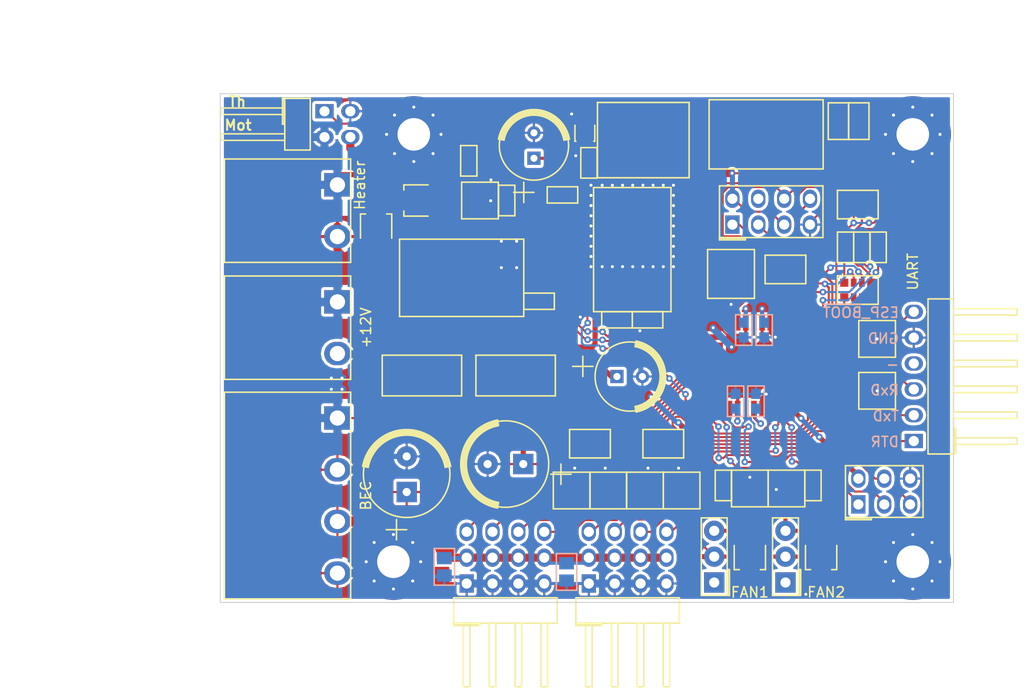
<source format=kicad_pcb>
(kicad_pcb (version 4) (host pcbnew "(2015-08-30 BZR 6134, Git 4e94d52)-product")
  (layers (0 F.Cu signal) (31 B.Cu signal) (34 B.Paste user hide) (35 F.Paste user hide) (36 B.SilkS user) (37 F.SilkS user) (38 B.Mask user hide) (39 F.Mask user) (44 Edge.Cuts user))
  (net 0 "")
  (net 1 +5V)
  (net 2 GND)
  (net 3 "Net-(C4-Pad1)")
  (net 4 +6V)
  (net 5 "Net-(R1-Pad2)")
  (net 6 +12V)
  (net 7 "Net-(R2-Pad2)")
  (net 8 "Net-(CON1-Pad9)")
  (net 9 "Net-(CON1-Pad10)")
  (net 10 "Net-(CON1-Pad11)")
  (net 11 "Net-(CON1-Pad12)")
  (net 12 "Net-(CON2-Pad9)")
  (net 13 "Net-(CON2-Pad10)")
  (net 14 "Net-(CON2-Pad11)")
  (net 15 "Net-(CON2-Pad12)")
  (net 16 "Net-(R3-Pad2)")
  (net 17 "Net-(R4-Pad2)")
  (net 18 +3V3)
  (net 19 /RESET)
  (net 20 "Net-(Q1-Pad1)")
  (net 21 "Net-(Q1-Pad3)")
  (net 22 /HEAT)
  (net 23 /MOT)
  (net 24 /F1)
  (net 25 /MISO)
  (net 26 /SCK)
  (net 27 /MOSI)
  (net 28 /F2)
  (net 29 /Heater)
  (net 30 /Motor)
  (net 31 /Fan1)
  (net 32 /Fan2)
  (net 33 /uC_TxD)
  (net 34 /uC_RxD)
  (net 35 /ESP_EN)
  (net 36 "Net-(RN3-Pad5)")
  (net 37 "Net-(RN3-Pad6)")
  (net 38 /Servo4)
  (net 39 /Servo3)
  (net 40 /Servo2)
  (net 41 /Servo1)
  (net 42 /Servo8)
  (net 43 /Servo7)
  (net 44 /Servo6)
  (net 45 /Servo5)
  (net 46 "Net-(C14-Pad1)")
  (net 47 /#DTR)
  (net 48 /#RxD)
  (net 49 /#TxD)
  (net 50 /ESP_BOOT)
  (net 51 "Net-(C15-Pad1)")
  (net 52 "Net-(D11-Pad2)")
  (net 53 "Net-(D12-Pad2)")
  (net 54 /LED2)
  (net 55 /LED1)
  (net 56 /#ESP)
  (net 57 "Net-(RN3-Pad8)")
  (net 58 "Net-(CON7-Pad1)")
  (net 59 "Net-(CON8-Pad1)")
  (net 60 "Net-(CON9-Pad4)")
  (net 61 "Net-(RN3-Pad2)")
  (net 62 "Net-(RN3-Pad7)")
  (net 63 "Net-(RN5-Pad4)")
  (net 64 "Net-(RN5-Pad5)")
  (net 65 "Net-(U1-Pad19)")
  (net 66 "Net-(U3-Pad4)")
  (net 67 /Therm)
  (module 0603_N (layer B.Cu) (at 103.404318 73.229884 270)
    (fp_text reference C1)
    (fp_text value 100n)
    (pad 1 smd rect (at -0.725 0 270) (size 1 0.95) (layers B.Cu B.Paste B.Mask) (net 1 +5V))
    (pad 2 smd rect (at 0.725 0 270) (size 1 0.95) (layers B.Cu B.Paste B.Mask) (net 2 GND))
  )
  (module 0603_N (layer B.Cu) (at 100.604318 80.229884 90)
    (fp_text reference C2)
    (fp_text value 100n)
    (pad 1 smd rect (at -0.725 0 90) (size 1 0.95) (layers B.Cu B.Paste B.Mask) (net 1 +5V))
    (pad 2 smd rect (at 0.725 0 90) (size 1 0.95) (layers B.Cu B.Paste B.Mask) (net 2 GND))
  )
  (module 0603_N (layer B.Cu) (at 101.404318 73.229884 270)
    (fp_text reference C3)
    (fp_text value 100n)
    (pad 1 smd rect (at -0.725 0 270) (size 1 0.95) (layers B.Cu B.Paste B.Mask) (net 1 +5V))
    (pad 2 smd rect (at 0.725 0 270) (size 1 0.95) (layers B.Cu B.Paste B.Mask) (net 2 GND))
  )
  (module 0603_N (layer B.Cu) (at 102.604318 80.229884 90)
    (fp_text reference C4)
    (fp_text value 100n)
    (pad 1 smd rect (at -0.725 0 90) (size 1 0.95) (layers B.Cu B.Paste B.Mask) (net 3 "Net-(C4-Pad1)"))
    (pad 2 smd rect (at 0.725 0 90) (size 1 0.95) (layers B.Cu B.Paste B.Mask) (net 2 GND))
  )
  (module 0603_N (layer F.Cu) (at 88.955025 72.225179)
    (fp_text reference C5)
    (fp_text value 100n)
    (pad 1 smd rect (at -0.725 0) (size 1 0.95) (layers F.Cu F.Paste F.Mask) (net 51 "Net-(C15-Pad1)"))
    (pad 2 smd rect (at 0.725 0) (size 1 0.95) (layers F.Cu F.Paste F.Mask) (net 2 GND))
  )
  (module 0603_N (layer F.Cu) (at 91.955025 72.225179 180)
    (fp_text reference C6)
    (fp_text value 100n)
    (pad 1 smd rect (at -0.725 0 180) (size 1 0.95) (layers F.Cu F.Paste F.Mask) (net 1 +5V))
    (pad 2 smd rect (at 0.725 0 180) (size 1 0.95) (layers F.Cu F.Paste F.Mask) (net 2 GND))
  )
  (module 0603_N (layer F.Cu) (at 86.2 56.8 90)
    (fp_text reference C7)
    (fp_text value 100n)
    (pad 1 smd rect (at -0.725 0 90) (size 1 0.95) (layers F.Cu F.Paste F.Mask) (net 1 +5V))
    (pad 2 smd rect (at 0.725 0 90) (size 1 0.95) (layers F.Cu F.Paste F.Mask) (net 2 GND))
  )
  (module Tantal_A_N (layer F.Cu) (at 85.8 53.1 90)
    (fp_text reference C8)
    (fp_text value 22u/6V3)
    (pad 1 smd rect (at -1.1 0 90) (size 1.5 1.25) (layers F.Cu F.Paste F.Mask) (net 18 +3V3))
    (pad 2 smd rect (at 1.1 0 90) (size 1.5 1.25) (layers F.Cu F.Paste F.Mask) (net 2 GND))
  )
  (module 0805_N (layer B.Cu) (at 72 96.5 270)
    (fp_text reference C9)
    (fp_text value 10u/16V)
    (pad 1 smd rect (at -0.85 0 270) (size 1.2 1.45) (layers B.Cu B.Paste B.Mask) (net 4 +6V))
    (pad 2 smd rect (at 0.85 0 270) (size 1.2 1.45) (layers B.Cu B.Paste B.Mask) (net 2 GND))
  )
  (module 0805_N (layer B.Cu) (at 84 97 270)
    (fp_text reference C10)
    (fp_text value 10u/16V)
    (pad 1 smd rect (at -0.85 0 270) (size 1.2 1.45) (layers B.Cu B.Paste B.Mask) (net 4 +6V))
    (pad 2 smd rect (at 0.85 0 270) (size 1.2 1.45) (layers B.Cu B.Paste B.Mask) (net 2 GND))
  )
  (module Cpol_8.0_12.0_M (layer F.Cu) (at 78 86.4 180)
    (fp_text reference C11)
    (fp_text value 470u/16V)
    (pad 1 thru_hole rect (at -1.75 0 180) (size 2 2) (drill 0.8) (layers *.Cu *.Mask) (net 6 +12V))
    (pad 2 thru_hole oval (at 1.75 0 180) (size 2 2) (drill 0.8) (layers *.Cu *.Mask) (net 2 GND))
  )
  (module Cpol_8.0_12.0_M (layer F.Cu) (at 68.3 87.4 90)
    (fp_text reference C12)
    (fp_text value 470u/16V)
    (pad 1 thru_hole rect (at -1.75 0 90) (size 2 2) (drill 0.8) (layers *.Cu *.Mask) (net 4 +6V))
    (pad 2 thru_hole oval (at 1.75 0 90) (size 2 2) (drill 0.8) (layers *.Cu *.Mask) (net 2 GND))
  )
  (module Cpol_6.3_11.0_N (layer F.Cu) (at 80.8 55.1 90)
    (fp_text reference C13)
    (fp_text value 100u/25V)
    (pad 1 thru_hole rect (at -1.25 0 90) (size 1.3 1.3) (drill 0.7) (layers *.Cu *.Mask) (net 1 +5V))
    (pad 2 thru_hole oval (at 1.25 0 90) (size 1.3 1.3) (drill 0.7) (layers *.Cu *.Mask) (net 2 GND))
  )
  (module 0603_N (layer F.Cu) (at 111.4 65.1 90)
    (fp_text reference C14)
    (fp_text value 100n)
    (pad 1 smd rect (at -0.725 0 90) (size 1 0.95) (layers F.Cu F.Paste F.Mask) (net 46 "Net-(C14-Pad1)"))
    (pad 2 smd rect (at 0.725 0 90) (size 1 0.95) (layers F.Cu F.Paste F.Mask) (net 19 /RESET))
  )
  (module Cpol_6.3_11.0_N (layer F.Cu) (at 90.2 77.8)
    (fp_text reference C15)
    (fp_text value 100u/25V)
    (pad 1 thru_hole rect (at -1.25 0) (size 1.3 1.3) (drill 0.7) (layers *.Cu *.Mask) (net 51 "Net-(C15-Pad1)"))
    (pad 2 thru_hole oval (at 1.25 0) (size 1.3 1.3) (drill 0.7) (layers *.Cu *.Mask) (net 2 GND))
  )
  (module PIN-3x4_angled_N (layer F.Cu) (at 78 95.6 90)
    (fp_text reference CON1 hide)
    (fp_text value Servo)
    (pad 1 thru_hole rect (at -2.54 -3.81 90) (size 1.8 1.4) (drill 1) (layers *.Cu *.Mask) (net 2 GND))
    (pad 2 thru_hole oval (at -2.54 -1.27 90) (size 1.8 1.4) (drill 1) (layers *.Cu *.Mask) (net 2 GND))
    (pad 3 thru_hole oval (at -2.54 1.27 90) (size 1.8 1.4) (drill 1) (layers *.Cu *.Mask) (net 2 GND))
    (pad 4 thru_hole oval (at -2.54 3.81 90) (size 1.8 1.4) (drill 1) (layers *.Cu *.Mask) (net 2 GND))
    (pad 5 thru_hole oval (at 0 -3.81 90) (size 1.8 1.4) (drill 1) (layers *.Cu *.Mask) (net 4 +6V))
    (pad 6 thru_hole oval (at 0 -1.27 90) (size 1.8 1.4) (drill 1) (layers *.Cu *.Mask) (net 4 +6V))
    (pad 7 thru_hole oval (at 0 1.27 90) (size 1.8 1.4) (drill 1) (layers *.Cu *.Mask) (net 4 +6V))
    (pad 8 thru_hole oval (at 0 3.81 90) (size 1.8 1.4) (drill 1) (layers *.Cu *.Mask) (net 4 +6V))
    (pad 9 thru_hole oval (at 2.54 -3.81 90) (size 1.8 1.4) (drill 1) (layers *.Cu *.Mask) (net 8 "Net-(CON1-Pad9)"))
    (pad 10 thru_hole oval (at 2.54 -1.27 90) (size 1.8 1.4) (drill 1) (layers *.Cu *.Mask) (net 9 "Net-(CON1-Pad10)"))
    (pad 11 thru_hole oval (at 2.54 1.27 90) (size 1.8 1.4) (drill 1) (layers *.Cu *.Mask) (net 10 "Net-(CON1-Pad11)"))
    (pad 12 thru_hole oval (at 2.54 3.81 90) (size 1.8 1.4) (drill 1) (layers *.Cu *.Mask) (net 11 "Net-(CON1-Pad12)"))
  )
  (module PIN-3x4_angled_N (layer F.Cu) (at 90 95.6 90)
    (fp_text reference CON2 hide)
    (fp_text value Servo)
    (pad 1 thru_hole rect (at -2.54 -3.81 90) (size 1.8 1.4) (drill 1) (layers *.Cu *.Mask) (net 2 GND))
    (pad 2 thru_hole oval (at -2.54 -1.27 90) (size 1.8 1.4) (drill 1) (layers *.Cu *.Mask) (net 2 GND))
    (pad 3 thru_hole oval (at -2.54 1.27 90) (size 1.8 1.4) (drill 1) (layers *.Cu *.Mask) (net 2 GND))
    (pad 4 thru_hole oval (at -2.54 3.81 90) (size 1.8 1.4) (drill 1) (layers *.Cu *.Mask) (net 2 GND))
    (pad 5 thru_hole oval (at 0 -3.81 90) (size 1.8 1.4) (drill 1) (layers *.Cu *.Mask) (net 4 +6V))
    (pad 6 thru_hole oval (at 0 -1.27 90) (size 1.8 1.4) (drill 1) (layers *.Cu *.Mask) (net 4 +6V))
    (pad 7 thru_hole oval (at 0 1.27 90) (size 1.8 1.4) (drill 1) (layers *.Cu *.Mask) (net 4 +6V))
    (pad 8 thru_hole oval (at 0 3.81 90) (size 1.8 1.4) (drill 1) (layers *.Cu *.Mask) (net 4 +6V))
    (pad 9 thru_hole oval (at 2.54 -3.81 90) (size 1.8 1.4) (drill 1) (layers *.Cu *.Mask) (net 12 "Net-(CON2-Pad9)"))
    (pad 10 thru_hole oval (at 2.54 -1.27 90) (size 1.8 1.4) (drill 1) (layers *.Cu *.Mask) (net 13 "Net-(CON2-Pad10)"))
    (pad 11 thru_hole oval (at 2.54 1.27 90) (size 1.8 1.4) (drill 1) (layers *.Cu *.Mask) (net 14 "Net-(CON2-Pad11)"))
    (pad 12 thru_hole oval (at 2.54 3.81 90) (size 1.8 1.4) (drill 1) (layers *.Cu *.Mask) (net 15 "Net-(CON2-Pad12)"))
  )
  (module EDG-5.08mm-2_N (layer F.Cu) (at 61.5 61.5)
    (fp_text reference CON3 hide)
    (fp_text value Heater (at 2.2 -2.5 90) (layer F.SilkS) (effects (font (thickness 0.152))))
    (pad 1 thru_hole rect (at 0 -2.54) (size 2.6 2.3) (drill 1.5) (layers *.Cu *.Mask) (net 6 +12V))
    (pad 2 thru_hole oval (at 0 2.54) (size 2.6 2.3) (drill 1.5) (layers *.Cu *.Mask) (net 22 /HEAT))
  )
  (module EDG-5.08mm-2_N (layer F.Cu) (at 61.5 73)
    (fp_text reference CON4 hide)
    (fp_text value +12V (at 2.8 0 90) (layer F.SilkS) (effects (font (thickness 0.152))))
    (pad 1 thru_hole rect (at 0 -2.54) (size 2.6 2.3) (drill 1.5) (layers *.Cu *.Mask) (net 6 +12V))
    (pad 2 thru_hole oval (at 0 2.54) (size 2.6 2.3) (drill 1.5) (layers *.Cu *.Mask) (net 2 GND))
  )
  (module EDG-5.08mm-4_N (layer F.Cu) (at 61.5 89.5)
    (fp_text reference CON5 hide)
    (fp_text value BEC (at 2.8 0 90) (layer F.SilkS) (effects (font (thickness 0.152))))
    (pad 1 thru_hole rect (at 0 -7.62) (size 2.6 2.3) (drill 1.5) (layers *.Cu *.Mask) (net 6 +12V))
    (pad 2 thru_hole oval (at 0 -2.54) (size 2.6 2.3) (drill 1.5) (layers *.Cu *.Mask) (net 2 GND))
    (pad 3 thru_hole oval (at 0 2.54) (size 2.6 2.3) (drill 1.5) (layers *.Cu *.Mask) (net 4 +6V))
    (pad 4 thru_hole oval (at 0 7.62) (size 2.6 2.3) (drill 1.5) (layers *.Cu *.Mask) (net 2 GND))
  )
  (module PIN-1x3_M (layer F.Cu) (at 98.5 95.5 180)
    (fp_text reference CON7 hide)
    (fp_text value FAN1 (at -3.5 -3.5 360) (layer F.SilkS) (effects (font (thickness 0.152))))
    (pad 1 thru_hole rect (at 0 -2.54 180) (size 2 2) (drill 1) (layers *.Cu *.Mask) (net 58 "Net-(CON7-Pad1)"))
    (pad 2 thru_hole circle (at 0 0 180) (size 2 2) (drill 1) (layers *.Cu *.Mask) (net 6 +12V))
    (pad 3 thru_hole circle (at 0 2.54 180) (size 2 2) (drill 1) (layers *.Cu *.Mask) (net 24 /F1))
  )
  (module PIN-1x3_M (layer F.Cu) (at 105.5 95.5 180)
    (fp_text reference CON8 hide)
    (fp_text value FAN2 (at -4 -3.5 180) (layer F.SilkS) (effects (font (thickness 0.152))))
    (pad 1 thru_hole rect (at 0 -2.54 180) (size 2 2) (drill 1) (layers *.Cu *.Mask) (net 59 "Net-(CON8-Pad1)"))
    (pad 2 thru_hole circle (at 0 0 180) (size 2 2) (drill 1) (layers *.Cu *.Mask) (net 6 +12V))
    (pad 3 thru_hole circle (at 0 2.54 180) (size 2 2) (drill 1) (layers *.Cu *.Mask) (net 28 /F2))
  )
  (module PIN-1x6_angled_N (layer F.Cu) (at 118.1 77.79 180)
    (fp_text reference CON9 hide)
    (fp_text value UART (at 0.1 10.29 270) (layer F.SilkS) (effects (font (thickness 0.152))))
    (pad 1 thru_hole rect (at 0 -6.35 180) (size 1.8 1.4) (drill 1) (layers *.Cu *.Mask) (net 47 /#DTR))
    (pad 2 thru_hole oval (at 0 -3.81 180) (size 1.8 1.4) (drill 1) (layers *.Cu *.Mask) (net 48 /#RxD))
    (pad 3 thru_hole oval (at 0 -1.27 180) (size 1.8 1.4) (drill 1) (layers *.Cu *.Mask) (net 49 /#TxD))
    (pad 4 thru_hole oval (at 0 1.27 180) (size 1.8 1.4) (drill 1) (layers *.Cu *.Mask) (net 60 "Net-(CON9-Pad4)"))
    (pad 5 thru_hole oval (at 0 3.81 180) (size 1.8 1.4) (drill 1) (layers *.Cu *.Mask) (net 2 GND))
    (pad 6 thru_hole oval (at 0 6.35 180) (size 1.8 1.4) (drill 1) (layers *.Cu *.Mask) (net 56 /#ESP))
  )
  (module PIN-2x3_N (layer F.Cu) (at 115.2 89.1 90)
    (fp_text reference CON10 hide)
    (fp_text value AVR_Prog)
    (pad 1 thru_hole rect (at -1.27 -2.54 90) (size 1.8 1.4) (drill 1) (layers *.Cu *.Mask) (net 25 /MISO))
    (pad 2 thru_hole oval (at 1.27 -2.54 90) (size 1.8 1.4) (drill 1) (layers *.Cu *.Mask) (net 1 +5V))
    (pad 3 thru_hole oval (at -1.27 0 90) (size 1.8 1.4) (drill 1) (layers *.Cu *.Mask) (net 26 /SCK))
    (pad 4 thru_hole oval (at 1.27 0 90) (size 1.8 1.4) (drill 1) (layers *.Cu *.Mask) (net 27 /MOSI))
    (pad 5 thru_hole oval (at -1.27 2.54 90) (size 1.8 1.4) (drill 1) (layers *.Cu *.Mask) (net 19 /RESET))
    (pad 6 thru_hole oval (at 1.27 2.54 90) (size 1.8 1.4) (drill 1) (layers *.Cu *.Mask) (net 2 GND))
  )
  (module SOT23-3_N (layer F.Cu) (at 84.5 89)
    (fp_text reference D1)
    (fp_text value PESD5V2S2UT)
    (pad 1 smd rect (at -0.95 1.05) (size 0.8 0.9) (layers F.Cu F.Paste F.Mask) (net 8 "Net-(CON1-Pad9)"))
    (pad 2 smd rect (at 0.95 1.05) (size 0.8 0.9) (layers F.Cu F.Paste F.Mask) (net 9 "Net-(CON1-Pad10)"))
    (pad 3 smd rect (at 0 -1.05 180) (size 0.8 0.9) (layers F.Cu F.Paste F.Mask) (net 2 GND))
  )
  (module SOT23-3_N (layer F.Cu) (at 91.7 89)
    (fp_text reference D2)
    (fp_text value PESD5V2S2UT)
    (pad 1 smd rect (at -0.95 1.05) (size 0.8 0.9) (layers F.Cu F.Paste F.Mask) (net 12 "Net-(CON2-Pad9)"))
    (pad 2 smd rect (at 0.95 1.05) (size 0.8 0.9) (layers F.Cu F.Paste F.Mask) (net 13 "Net-(CON2-Pad10)"))
    (pad 3 smd rect (at 0 -1.05 180) (size 0.8 0.9) (layers F.Cu F.Paste F.Mask) (net 2 GND))
  )
  (module SOT23-3_N (layer F.Cu) (at 88.1 89)
    (fp_text reference D3)
    (fp_text value PESD5V2S2UT)
    (pad 1 smd rect (at -0.95 1.05) (size 0.8 0.9) (layers F.Cu F.Paste F.Mask) (net 10 "Net-(CON1-Pad11)"))
    (pad 2 smd rect (at 0.95 1.05) (size 0.8 0.9) (layers F.Cu F.Paste F.Mask) (net 11 "Net-(CON1-Pad12)"))
    (pad 3 smd rect (at 0 -1.05 180) (size 0.8 0.9) (layers F.Cu F.Paste F.Mask) (net 2 GND))
  )
  (module SOT23-3_N (layer F.Cu) (at 95.3 89)
    (fp_text reference D4)
    (fp_text value PESD5V2S2UT)
    (pad 1 smd rect (at -0.95 1.05) (size 0.8 0.9) (layers F.Cu F.Paste F.Mask) (net 14 "Net-(CON2-Pad11)"))
    (pad 2 smd rect (at 0.95 1.05) (size 0.8 0.9) (layers F.Cu F.Paste F.Mask) (net 15 "Net-(CON2-Pad12)"))
    (pad 3 smd rect (at 0 -1.05 180) (size 0.8 0.9) (layers F.Cu F.Paste F.Mask) (net 2 GND))
  )
  (module SMA_N (layer F.Cu) (at 65.3 64.2 270)
    (fp_text reference D5)
    (fp_text value SS14)
    (pad 1 smd rect (at -1.9 0 270) (size 2.1 1.55) (layers F.Cu F.Paste F.Mask) (net 6 +12V))
    (pad 2 smd rect (at 1.9 0 270) (size 2.1 1.55) (layers F.Cu F.Paste F.Mask) (net 22 /HEAT))
  )
  (module SMA_N (layer F.Cu) (at 70.4 60.5)
    (fp_text reference D6)
    (fp_text value SS14)
    (pad 1 smd rect (at -1.9 0) (size 2.1 1.55) (layers F.Cu F.Paste F.Mask) (net 6 +12V))
    (pad 2 smd rect (at 1.9 0) (size 2.1 1.55) (layers F.Cu F.Paste F.Mask) (net 23 /MOT))
  )
  (module SMA_N (layer F.Cu) (at 102 94.4 90)
    (fp_text reference D7)
    (fp_text value SS14)
    (pad 1 smd rect (at -1.9 0 90) (size 2.1 1.55) (layers F.Cu F.Paste F.Mask) (net 6 +12V))
    (pad 2 smd rect (at 1.9 0 90) (size 2.1 1.55) (layers F.Cu F.Paste F.Mask) (net 24 /F1))
  )
  (module SMA_N (layer F.Cu) (at 109 94.4 90)
    (fp_text reference D8)
    (fp_text value SS14)
    (pad 1 smd rect (at -1.9 0 90) (size 2.1 1.55) (layers F.Cu F.Paste F.Mask) (net 6 +12V))
    (pad 2 smd rect (at 1.9 0 90) (size 2.1 1.55) (layers F.Cu F.Paste F.Mask) (net 28 /F2))
  )
  (module SOT23-3_N (layer F.Cu) (at 114.5 79.2)
    (fp_text reference D9)
    (fp_text value PESD5V2S2UT)
    (pad 1 smd rect (at -0.95 1.05) (size 0.8 0.9) (layers F.Cu F.Paste F.Mask) (net 47 /#DTR))
    (pad 2 smd rect (at 0.95 1.05) (size 0.8 0.9) (layers F.Cu F.Paste F.Mask) (net 48 /#RxD))
    (pad 3 smd rect (at 0 -1.05 180) (size 0.8 0.9) (layers F.Cu F.Paste F.Mask) (net 2 GND))
  )
  (module SOT23-3_N (layer F.Cu) (at 114.5 74.1)
    (fp_text reference D10)
    (fp_text value PESD5V2S2UT)
    (pad 1 smd rect (at -0.95 1.05) (size 0.8 0.9) (layers F.Cu F.Paste F.Mask) (net 49 /#TxD))
    (pad 2 smd rect (at 0.95 1.05) (size 0.8 0.9) (layers F.Cu F.Paste F.Mask) (net 56 /#ESP))
    (pad 3 smd rect (at 0 -1.05 180) (size 0.8 0.9) (layers F.Cu F.Paste F.Mask) (net 2 GND))
  )
  (module 0805_N (layer F.Cu) (at 110.7 52.7 270)
    (fp_text reference D11)
    (fp_text value LED)
    (pad 1 smd rect (at -0.85 0 270) (size 1.2 1.45) (layers F.Cu F.Paste F.Mask) (net 2 GND))
    (pad 2 smd rect (at 0.85 0 270) (size 1.2 1.45) (layers F.Cu F.Paste F.Mask) (net 52 "Net-(D11-Pad2)"))
  )
  (module 0805_N (layer F.Cu) (at 112.7 52.7 270)
    (fp_text reference D12)
    (fp_text value LED)
    (pad 1 smd rect (at -0.85 0 270) (size 1.2 1.45) (layers F.Cu F.Paste F.Mask) (net 2 GND))
    (pad 2 smd rect (at 0.85 0 270) (size 1.2 1.45) (layers F.Cu F.Paste F.Mask) (net 53 "Net-(D12-Pad2)"))
  )
  (module nut_M3_DIN985 (layer F.Cu) (at 118 54)
    (fp_text reference MECH1)
    (fp_text value nut)
  )
  (module nut_M3_DIN985 (layer F.Cu) (at 69 54)
    (fp_text reference MECH2)
    (fp_text value nut)
  )
  (module nut_M3_DIN985 (layer F.Cu) (at 67 96)
    (fp_text reference MECH3)
    (fp_text value nut)
  )
  (module nut_M3_DIN985 (layer F.Cu) (at 118 96)
    (fp_text reference MECH4)
    (fp_text value nut)
  )
  (module spacer_M3x5+6 (layer B.Cu) (at 118 96)
    (fp_text reference MECH5)
    (fp_text value spacer_M3x5+6)
  )
  (module spacer_M3x5+6 (layer B.Cu) (at 118 54)
    (fp_text reference MECH6)
    (fp_text value spacer_M3x5+6)
  )
  (module spacer_M3x5+6 (layer B.Cu) (at 67 96)
    (fp_text reference MECH7)
    (fp_text value spacer_M3x5+6)
  )
  (module spacer_M3x5+6 (layer B.Cu) (at 69 54)
    (fp_text reference MECH8)
    (fp_text value spacer_M3x5+6)
  )
  (module mounting_hole_3.2_7.5_plated_vias (layer F.Cu) (at 67 96)
    (fp_text reference MH1)
    (fp_text value "Mounting hole")
    (pad 1 thru_hole circle (at 0 0) (size 7.5 7.5) (drill 3.2) (layers *.Cu *.Mask) (net 2 GND))
    (pad 1 thru_hole circle (at 2.675 0) (size 0.65 0.65) (drill 0.3) (layers *.Cu *.Mask) (net 2 GND))
    (pad 1 thru_hole circle (at 1.892 -1.892) (size 0.65 0.65) (drill 0.3) (layers *.Cu *.Mask) (net 2 GND))
    (pad 1 thru_hole circle (at 0 -2.675) (size 0.65 0.65) (drill 0.3) (layers *.Cu *.Mask) (net 2 GND))
    (pad 1 thru_hole circle (at -1.892 -1.892) (size 0.65 0.65) (drill 0.3) (layers *.Cu *.Mask) (net 2 GND))
    (pad 1 thru_hole circle (at -2.675 0) (size 0.65 0.65) (drill 0.3) (layers *.Cu *.Mask) (net 2 GND))
    (pad 1 thru_hole circle (at -1.892 1.892) (size 0.65 0.65) (drill 0.3) (layers *.Cu *.Mask) (net 2 GND))
    (pad 1 thru_hole circle (at 0 2.675) (size 0.65 0.65) (drill 0.3) (layers *.Cu *.Mask) (net 2 GND))
    (pad 1 thru_hole circle (at 1.892 1.892) (size 0.65 0.65) (drill 0.3) (layers *.Cu *.Mask) (net 2 GND))
  )
  (module mounting_hole_3.2_7.5_plated_vias (layer F.Cu) (at 69 54)
    (fp_text reference MH2)
    (fp_text value "Mounting hole")
    (pad 1 thru_hole circle (at 0 0) (size 7.5 7.5) (drill 3.2) (layers *.Cu *.Mask) (net 2 GND))
    (pad 1 thru_hole circle (at 2.675 0) (size 0.65 0.65) (drill 0.3) (layers *.Cu *.Mask) (net 2 GND))
    (pad 1 thru_hole circle (at 1.892 -1.892) (size 0.65 0.65) (drill 0.3) (layers *.Cu *.Mask) (net 2 GND))
    (pad 1 thru_hole circle (at 0 -2.675) (size 0.65 0.65) (drill 0.3) (layers *.Cu *.Mask) (net 2 GND))
    (pad 1 thru_hole circle (at -1.892 -1.892) (size 0.65 0.65) (drill 0.3) (layers *.Cu *.Mask) (net 2 GND))
    (pad 1 thru_hole circle (at -2.675 0) (size 0.65 0.65) (drill 0.3) (layers *.Cu *.Mask) (net 2 GND))
    (pad 1 thru_hole circle (at -1.892 1.892) (size 0.65 0.65) (drill 0.3) (layers *.Cu *.Mask) (net 2 GND))
    (pad 1 thru_hole circle (at 0 2.675) (size 0.65 0.65) (drill 0.3) (layers *.Cu *.Mask) (net 2 GND))
    (pad 1 thru_hole circle (at 1.892 1.892) (size 0.65 0.65) (drill 0.3) (layers *.Cu *.Mask) (net 2 GND))
  )
  (module mounting_hole_3.2_7.5_plated_vias (layer F.Cu) (at 118 96)
    (fp_text reference MH3)
    (fp_text value "Mounting hole")
    (pad 1 thru_hole circle (at 0 0) (size 7.5 7.5) (drill 3.2) (layers *.Cu *.Mask) (net 2 GND))
    (pad 1 thru_hole circle (at 2.675 0) (size 0.65 0.65) (drill 0.3) (layers *.Cu *.Mask) (net 2 GND))
    (pad 1 thru_hole circle (at 1.892 -1.892) (size 0.65 0.65) (drill 0.3) (layers *.Cu *.Mask) (net 2 GND))
    (pad 1 thru_hole circle (at 0 -2.675) (size 0.65 0.65) (drill 0.3) (layers *.Cu *.Mask) (net 2 GND))
    (pad 1 thru_hole circle (at -1.892 -1.892) (size 0.65 0.65) (drill 0.3) (layers *.Cu *.Mask) (net 2 GND))
    (pad 1 thru_hole circle (at -2.675 0) (size 0.65 0.65) (drill 0.3) (layers *.Cu *.Mask) (net 2 GND))
    (pad 1 thru_hole circle (at -1.892 1.892) (size 0.65 0.65) (drill 0.3) (layers *.Cu *.Mask) (net 2 GND))
    (pad 1 thru_hole circle (at 0 2.675) (size 0.65 0.65) (drill 0.3) (layers *.Cu *.Mask) (net 2 GND))
    (pad 1 thru_hole circle (at 1.892 1.892) (size 0.65 0.65) (drill 0.3) (layers *.Cu *.Mask) (net 2 GND))
  )
  (module mounting_hole_3.2_7.5_plated_vias (layer F.Cu) (at 118 54)
    (fp_text reference MH4)
    (fp_text value "Mounting hole")
    (pad 1 thru_hole circle (at 0 0) (size 7.5 7.5) (drill 3.2) (layers *.Cu *.Mask) (net 2 GND))
    (pad 1 thru_hole circle (at 2.675 0) (size 0.65 0.65) (drill 0.3) (layers *.Cu *.Mask) (net 2 GND))
    (pad 1 thru_hole circle (at 1.892 -1.892) (size 0.65 0.65) (drill 0.3) (layers *.Cu *.Mask) (net 2 GND))
    (pad 1 thru_hole circle (at 0 -2.675) (size 0.65 0.65) (drill 0.3) (layers *.Cu *.Mask) (net 2 GND))
    (pad 1 thru_hole circle (at -1.892 -1.892) (size 0.65 0.65) (drill 0.3) (layers *.Cu *.Mask) (net 2 GND))
    (pad 1 thru_hole circle (at -2.675 0) (size 0.65 0.65) (drill 0.3) (layers *.Cu *.Mask) (net 2 GND))
    (pad 1 thru_hole circle (at -1.892 1.892) (size 0.65 0.65) (drill 0.3) (layers *.Cu *.Mask) (net 2 GND))
    (pad 1 thru_hole circle (at 0 2.675) (size 0.65 0.65) (drill 0.3) (layers *.Cu *.Mask) (net 2 GND))
    (pad 1 thru_hole circle (at 1.892 1.892) (size 0.65 0.65) (drill 0.3) (layers *.Cu *.Mask) (net 2 GND))
  )
  (module 3.7x3.1_N (layer F.Cu) (at 100.149652 67.717462 180)
    (fp_text reference Q1)
    (fp_text value 16MHz)
    (pad 1 smd rect (at -1.5 0 180) (size 0.7 4.1) (layers F.Cu F.Paste F.Mask) (net 20 "Net-(Q1-Pad1)"))
    (pad 3 smd rect (at 1.5 0 180) (size 0.7 4.1) (layers F.Cu F.Paste F.Mask) (net 21 "Net-(Q1-Pad3)"))
    (pad 2 smd rect (at 0 0 180) (size 1 4.1) (layers F.Cu F.Paste F.Mask) (net 2 GND))
  )
  (module 0603_N (layer F.Cu) (at 81.3 70.4 180)
    (fp_text reference R1)
    (fp_text value 100R)
    (pad 1 smd rect (at -0.725 0 180) (size 1 0.95) (layers F.Cu F.Paste F.Mask) (net 29 /Heater))
    (pad 2 smd rect (at 0.725 0 180) (size 1 0.95) (layers F.Cu F.Paste F.Mask) (net 5 "Net-(R1-Pad2)"))
  )
  (module 0603_N (layer F.Cu) (at 78.125 60.5 270)
    (fp_text reference R2)
    (fp_text value 100R)
    (pad 1 smd rect (at -0.725 0 270) (size 1 0.95) (layers F.Cu F.Paste F.Mask) (net 30 /Motor))
    (pad 2 smd rect (at 0.725 0 270) (size 1 0.95) (layers F.Cu F.Paste F.Mask) (net 7 "Net-(R2-Pad2)"))
  )
  (module 0603_N (layer F.Cu) (at 99.4 88.5 270)
    (fp_text reference R3)
    (fp_text value 100R)
    (pad 1 smd rect (at -0.725 0 270) (size 1 0.95) (layers F.Cu F.Paste F.Mask) (net 31 /Fan1))
    (pad 2 smd rect (at 0.725 0 270) (size 1 0.95) (layers F.Cu F.Paste F.Mask) (net 16 "Net-(R3-Pad2)"))
  )
  (module 0603_N (layer F.Cu) (at 108.2 88.5 270)
    (fp_text reference R4)
    (fp_text value 100R)
    (pad 1 smd rect (at -0.725 0 270) (size 1 0.95) (layers F.Cu F.Paste F.Mask) (net 32 /Fan2))
    (pad 2 smd rect (at 0.725 0 270) (size 1 0.95) (layers F.Cu F.Paste F.Mask) (net 17 "Net-(R4-Pad2)"))
  )
  (module 2512_N (layer F.Cu) (at 79 77.7)
    (fp_text reference R8)
    (fp_text value 22R/1W)
    (pad 1 smd rect (at -2.925 0) (size 1.3 3.35) (layers F.Cu F.Paste F.Mask) (net 6 +12V))
    (pad 2 smd rect (at 2.925 0) (size 1.3 3.35) (layers F.Cu F.Paste F.Mask) (net 51 "Net-(C15-Pad1)"))
  )
  (module 2512_N (layer F.Cu) (at 69.8 77.7)
    (fp_text reference R9)
    (fp_text value 22R/1W)
    (pad 1 smd rect (at -2.925 0) (size 1.3 3.35) (layers F.Cu F.Paste F.Mask) (net 6 +12V))
    (pad 2 smd rect (at 2.925 0) (size 1.3 3.35) (layers F.Cu F.Paste F.Mask) (net 51 "Net-(C15-Pad1)"))
  )
  (module 0603_N (layer F.Cu) (at 113 65.1 90)
    (fp_text reference R10)
    (fp_text value 1k)
    (pad 1 smd rect (at -0.725 0 90) (size 1 0.95) (layers F.Cu F.Paste F.Mask) (net 54 /LED2))
    (pad 2 smd rect (at 0.725 0 90) (size 1 0.95) (layers F.Cu F.Paste F.Mask) (net 52 "Net-(D11-Pad2)"))
  )
  (module 0603_N (layer F.Cu) (at 114.6 65.1 90)
    (fp_text reference R11)
    (fp_text value 1k)
    (pad 1 smd rect (at -0.725 0 90) (size 1 0.95) (layers F.Cu F.Paste F.Mask) (net 55 /LED1))
    (pad 2 smd rect (at 0.725 0 90) (size 1 0.95) (layers F.Cu F.Paste F.Mask) (net 53 "Net-(D12-Pad2)"))
  )
  (module 4x0603_N (layer F.Cu) (at 86.3 84.4 180)
    (fp_text reference RN1)
    (fp_text value 1k)
    (pad 1 smd rect (at -1.325 0.725 180) (size 0.8 0.8) (layers F.Cu F.Paste F.Mask) (net 38 /Servo4))
    (pad 2 smd rect (at -0.4 0.725 180) (size 0.55 0.8) (layers F.Cu F.Paste F.Mask) (net 39 /Servo3))
    (pad 3 smd rect (at 0.4 0.725 180) (size 0.55 0.8) (layers F.Cu F.Paste F.Mask) (net 40 /Servo2))
    (pad 4 smd rect (at 1.325 0.725 180) (size 0.8 0.8) (layers F.Cu F.Paste F.Mask) (net 41 /Servo1))
    (pad 5 smd rect (at 1.325 -0.725) (size 0.8 0.8) (layers F.Cu F.Paste F.Mask) (net 8 "Net-(CON1-Pad9)"))
    (pad 6 smd rect (at 0.4 -0.725) (size 0.55 0.8) (layers F.Cu F.Paste F.Mask) (net 9 "Net-(CON1-Pad10)"))
    (pad 7 smd rect (at -0.4 -0.725) (size 0.55 0.8) (layers F.Cu F.Paste F.Mask) (net 10 "Net-(CON1-Pad11)"))
    (pad 8 smd rect (at -1.325 -0.725) (size 0.8 0.8) (layers F.Cu F.Paste F.Mask) (net 11 "Net-(CON1-Pad12)"))
  )
  (module 4x0603_N (layer F.Cu) (at 93.5 84.4 180)
    (fp_text reference RN2)
    (fp_text value 1k)
    (pad 1 smd rect (at -1.325 0.725 180) (size 0.8 0.8) (layers F.Cu F.Paste F.Mask) (net 42 /Servo8))
    (pad 2 smd rect (at -0.4 0.725 180) (size 0.55 0.8) (layers F.Cu F.Paste F.Mask) (net 43 /Servo7))
    (pad 3 smd rect (at 0.4 0.725 180) (size 0.55 0.8) (layers F.Cu F.Paste F.Mask) (net 44 /Servo6))
    (pad 4 smd rect (at 1.325 0.725 180) (size 0.8 0.8) (layers F.Cu F.Paste F.Mask) (net 45 /Servo5))
    (pad 5 smd rect (at 1.325 -0.725) (size 0.8 0.8) (layers F.Cu F.Paste F.Mask) (net 12 "Net-(CON2-Pad9)"))
    (pad 6 smd rect (at 0.4 -0.725) (size 0.55 0.8) (layers F.Cu F.Paste F.Mask) (net 13 "Net-(CON2-Pad10)"))
    (pad 7 smd rect (at -0.4 -0.725) (size 0.55 0.8) (layers F.Cu F.Paste F.Mask) (net 14 "Net-(CON2-Pad11)"))
    (pad 8 smd rect (at -1.325 -0.725) (size 0.8 0.8) (layers F.Cu F.Paste F.Mask) (net 15 "Net-(CON2-Pad12)"))
  )
  (module 4x0603_N (layer F.Cu) (at 105.5 67.275)
    (fp_text reference RN3)
    (fp_text value 1k)
    (pad 1 smd rect (at -1.325 0.725) (size 0.8 0.8) (layers F.Cu F.Paste F.Mask) (net 35 /ESP_EN))
    (pad 2 smd rect (at -0.4 0.725) (size 0.55 0.8) (layers F.Cu F.Paste F.Mask) (net 61 "Net-(RN3-Pad2)"))
    (pad 3 smd rect (at 0.4 0.725) (size 0.55 0.8) (layers F.Cu F.Paste F.Mask) (net 33 /uC_TxD))
    (pad 4 smd rect (at 1.325 0.725) (size 0.8 0.8) (layers F.Cu F.Paste F.Mask) (net 34 /uC_RxD))
    (pad 5 smd rect (at 1.325 -0.725 180) (size 0.8 0.8) (layers F.Cu F.Paste F.Mask) (net 36 "Net-(RN3-Pad5)"))
    (pad 6 smd rect (at 0.4 -0.725 180) (size 0.55 0.8) (layers F.Cu F.Paste F.Mask) (net 37 "Net-(RN3-Pad6)"))
    (pad 7 smd rect (at -0.4 -0.725 180) (size 0.55 0.8) (layers F.Cu F.Paste F.Mask) (net 62 "Net-(RN3-Pad7)"))
    (pad 8 smd rect (at -1.325 -0.725 180) (size 0.8 0.8) (layers F.Cu F.Paste F.Mask) (net 57 "Net-(RN3-Pad8)"))
  )
  (module 4x0603_N (layer F.Cu) (at 112.6 69.3)
    (fp_text reference RN4)
    (fp_text value 1k)
    (pad 1 smd rect (at -1.325 0.725) (size 0.8 0.8) (layers F.Cu F.Paste F.Mask) (net 47 /#DTR))
    (pad 2 smd rect (at -0.4 0.725) (size 0.55 0.8) (layers F.Cu F.Paste F.Mask) (net 48 /#RxD))
    (pad 3 smd rect (at 0.4 0.725) (size 0.55 0.8) (layers F.Cu F.Paste F.Mask) (net 49 /#TxD))
    (pad 4 smd rect (at 1.325 0.725) (size 0.8 0.8) (layers F.Cu F.Paste F.Mask) (net 56 /#ESP))
    (pad 5 smd rect (at 1.325 -0.725 180) (size 0.8 0.8) (layers F.Cu F.Paste F.Mask) (net 50 /ESP_BOOT))
    (pad 6 smd rect (at 0.4 -0.725 180) (size 0.55 0.8) (layers F.Cu F.Paste F.Mask) (net 34 /uC_RxD))
    (pad 7 smd rect (at -0.4 -0.725 180) (size 0.55 0.8) (layers F.Cu F.Paste F.Mask) (net 33 /uC_TxD))
    (pad 8 smd rect (at -1.325 -0.725 180) (size 0.8 0.8) (layers F.Cu F.Paste F.Mask) (net 46 "Net-(C14-Pad1)"))
  )
  (module 4x0603_N (layer F.Cu) (at 112.6 60.9)
    (fp_text reference RN5)
    (fp_text value 22k)
    (pad 1 smd rect (at -1.325 0.725) (size 0.8 0.8) (layers F.Cu F.Paste F.Mask) (net 2 GND))
    (pad 2 smd rect (at -0.4 0.725) (size 0.55 0.8) (layers F.Cu F.Paste F.Mask) (net 19 /RESET))
    (pad 3 smd rect (at 0.4 0.725) (size 0.55 0.8) (layers F.Cu F.Paste F.Mask) (net 50 /ESP_BOOT))
    (pad 4 smd rect (at 1.325 0.725) (size 0.8 0.8) (layers F.Cu F.Paste F.Mask) (net 63 "Net-(RN5-Pad4)"))
    (pad 5 smd rect (at 1.325 -0.725 180) (size 0.8 0.8) (layers F.Cu F.Paste F.Mask) (net 64 "Net-(RN5-Pad5)"))
    (pad 6 smd rect (at 0.4 -0.725 180) (size 0.55 0.8) (layers F.Cu F.Paste F.Mask) (net 18 +3V3))
    (pad 7 smd rect (at -0.4 -0.725 180) (size 0.55 0.8) (layers F.Cu F.Paste F.Mask) (net 1 +5V))
    (pad 8 smd rect (at -1.325 -0.725 180) (size 0.8 0.8) (layers F.Cu F.Paste F.Mask) (net 57 "Net-(RN3-Pad8)"))
  )
  (module MicroswitchSmd-4.3_N (layer F.Cu) (at 103.6 54 270)
    (fp_text reference SW1)
    (fp_text value RESET)
    (pad 1 smd rect (at -2.25 4.25 270) (size 1.3 2) (layers F.Cu F.Paste F.Mask) (net 2 GND))
    (pad 2 smd rect (at 2.25 4.25 270) (size 1.3 2) (layers F.Cu F.Paste F.Mask) (net 19 /RESET))
    (pad 2 smd rect (at 2.25 -4.25 90) (size 1.3 2) (layers F.Cu F.Paste F.Mask) (net 19 /RESET))
    (pad 1 smd rect (at -2.25 -4.25 90) (size 1.3 2) (layers F.Cu F.Paste F.Mask) (net 2 GND))
  )
  (module D-PAK_N (layer F.Cu) (at 73.2 68.1 90)
    (fp_text reference T1)
    (fp_text value IRLR2905PBF)
    (pad 2 smd rect (at 0 -1.8 90) (size 7 7) (layers F.Cu F.Paste F.Mask) (net 22 /HEAT))
    (pad 1 smd rect (at -2.3 5.1 90) (size 1.5 2.5) (layers F.Cu F.Paste F.Mask) (net 5 "Net-(R1-Pad2)"))
    (pad 3 smd rect (at 2.3 5.1 90) (size 1.5 2.5) (layers F.Cu F.Paste F.Mask) (net 2 GND))
  )
  (module SOT23-3_N (layer F.Cu) (at 75.5 60.5 90)
    (fp_text reference T2)
    (fp_text value IRLML6244TRPBF)
    (pad 1 smd rect (at -0.95 1.05 90) (size 0.8 0.9) (layers F.Cu F.Paste F.Mask) (net 7 "Net-(R2-Pad2)"))
    (pad 2 smd rect (at 0.95 1.05 90) (size 0.8 0.9) (layers F.Cu F.Paste F.Mask) (net 2 GND))
    (pad 3 smd rect (at 0 -1.05 270) (size 0.8 0.9) (layers F.Cu F.Paste F.Mask) (net 23 /MOT))
  )
  (module SOT23-3_N (layer F.Cu) (at 102 88.8 180)
    (fp_text reference T3)
    (fp_text value IRLML6244TRPBF)
    (pad 1 smd rect (at -0.95 1.05 180) (size 0.8 0.9) (layers F.Cu F.Paste F.Mask) (net 16 "Net-(R3-Pad2)"))
    (pad 2 smd rect (at 0.95 1.05 180) (size 0.8 0.9) (layers F.Cu F.Paste F.Mask) (net 2 GND))
    (pad 3 smd rect (at 0 -1.05) (size 0.8 0.9) (layers F.Cu F.Paste F.Mask) (net 24 /F1))
  )
  (module SOT23-3_N (layer F.Cu) (at 105.6 88.8 180)
    (fp_text reference T4)
    (fp_text value IRLML6244TRPBF)
    (pad 1 smd rect (at -0.95 1.05 180) (size 0.8 0.9) (layers F.Cu F.Paste F.Mask) (net 17 "Net-(R4-Pad2)"))
    (pad 2 smd rect (at 0.95 1.05 180) (size 0.8 0.9) (layers F.Cu F.Paste F.Mask) (net 2 GND))
    (pad 3 smd rect (at 0 -1.05) (size 0.8 0.9) (layers F.Cu F.Paste F.Mask) (net 28 /F2))
  )
  (module QFP-32-0.8_M (layer F.Cu) (at 102.804318 76.729884 270)
    (fp_text reference U1)
    (fp_text value ATmega328-AU)
    (pad 1 smd rect (at -4.2 -2.8 270) (size 1.5 0.55) (layers F.Cu F.Paste F.Mask) (net 54 /LED2))
    (pad 2 smd rect (at -4.2 -2 270) (size 1.5 0.55) (layers F.Cu F.Paste F.Mask) (net 35 /ESP_EN))
    (pad 3 smd rect (at -4.2 -1.2 270) (size 1.5 0.55) (layers F.Cu F.Paste F.Mask) (net 2 GND))
    (pad 4 smd rect (at -4.2 -0.4 270) (size 1.5 0.55) (layers F.Cu F.Paste F.Mask) (net 1 +5V))
    (pad 5 smd rect (at -4.2 0.4 270) (size 1.5 0.55) (layers F.Cu F.Paste F.Mask) (net 2 GND))
    (pad 6 smd rect (at -4.2 1.2 270) (size 1.5 0.55) (layers F.Cu F.Paste F.Mask) (net 1 +5V))
    (pad 7 smd rect (at -4.2 2 270) (size 1.5 0.55) (layers F.Cu F.Paste F.Mask) (net 20 "Net-(Q1-Pad1)"))
    (pad 8 smd rect (at -4.2 2.8 270) (size 1.5 0.55) (layers F.Cu F.Paste F.Mask) (net 21 "Net-(Q1-Pad3)"))
    (pad 9 smd rect (at -2.8 4.2) (size 1.5 0.55) (layers F.Cu F.Paste F.Mask) (net 30 /Motor))
    (pad 10 smd rect (at -2 4.2) (size 1.5 0.55) (layers F.Cu F.Paste F.Mask) (net 29 /Heater))
    (pad 11 smd rect (at -1.2 4.2) (size 1.5 0.55) (layers F.Cu F.Paste F.Mask) (net 41 /Servo1))
    (pad 12 smd rect (at -0.4 4.2) (size 1.5 0.55) (layers F.Cu F.Paste F.Mask) (net 40 /Servo2))
    (pad 13 smd rect (at 0.4 4.2) (size 1.5 0.55) (layers F.Cu F.Paste F.Mask) (net 39 /Servo3))
    (pad 14 smd rect (at 1.2 4.2) (size 1.5 0.55) (layers F.Cu F.Paste F.Mask) (net 38 /Servo4))
    (pad 15 smd rect (at 2 4.2) (size 1.5 0.55) (layers F.Cu F.Paste F.Mask) (net 27 /MOSI))
    (pad 16 smd rect (at 2.8 4.2) (size 1.5 0.55) (layers F.Cu F.Paste F.Mask) (net 25 /MISO))
    (pad 17 smd rect (at 4.2 2.8 90) (size 1.5 0.55) (layers F.Cu F.Paste F.Mask) (net 26 /SCK))
    (pad 18 smd rect (at 4.2 2 90) (size 1.5 0.55) (layers F.Cu F.Paste F.Mask) (net 1 +5V))
    (pad 19 smd rect (at 4.2 1.2 90) (size 1.5 0.55) (layers F.Cu F.Paste F.Mask) (net 65 "Net-(U1-Pad19)"))
    (pad 20 smd rect (at 4.2 0.4 90) (size 1.5 0.55) (layers F.Cu F.Paste F.Mask) (net 3 "Net-(C4-Pad1)"))
    (pad 21 smd rect (at 4.2 -0.4 90) (size 1.5 0.55) (layers F.Cu F.Paste F.Mask) (net 2 GND))
    (pad 22 smd rect (at 4.2 -1.2 90) (size 1.5 0.55) (layers F.Cu F.Paste F.Mask) (net 67 /Therm))
    (pad 23 smd rect (at 4.2 -2 90) (size 1.5 0.55) (layers F.Cu F.Paste F.Mask) (net 31 /Fan1))
    (pad 24 smd rect (at 4.2 -2.8 90) (size 1.5 0.55) (layers F.Cu F.Paste F.Mask) (net 32 /Fan2))
    (pad 25 smd rect (at 2.8 -4.2 180) (size 1.5 0.55) (layers F.Cu F.Paste F.Mask) (net 45 /Servo5))
    (pad 26 smd rect (at 2 -4.2 180) (size 1.5 0.55) (layers F.Cu F.Paste F.Mask) (net 44 /Servo6))
    (pad 27 smd rect (at 1.2 -4.2 180) (size 1.5 0.55) (layers F.Cu F.Paste F.Mask) (net 43 /Servo7))
    (pad 28 smd rect (at 0.4 -4.2 180) (size 1.5 0.55) (layers F.Cu F.Paste F.Mask) (net 42 /Servo8))
    (pad 29 smd rect (at -0.4 -4.2 180) (size 1.5 0.55) (layers F.Cu F.Paste F.Mask) (net 19 /RESET))
    (pad 30 smd rect (at -1.2 -4.2 180) (size 1.5 0.55) (layers F.Cu F.Paste F.Mask) (net 34 /uC_RxD))
    (pad 31 smd rect (at -2 -4.2 180) (size 1.5 0.55) (layers F.Cu F.Paste F.Mask) (net 33 /uC_TxD))
    (pad 32 smd rect (at -2.8 -4.2 180) (size 1.5 0.55) (layers F.Cu F.Paste F.Mask) (net 55 /LED1))
  )
  (module D-PAK_N (layer F.Cu) (at 90.455025 64.825179)
    (fp_text reference U2)
    (fp_text value 78M05CDT)
    (pad 2 smd rect (at 0 -1.8) (size 7 7) (layers F.Cu F.Paste F.Mask) (net 2 GND))
    (pad 1 smd rect (at -2.3 5.1) (size 1.5 2.5) (layers F.Cu F.Paste F.Mask) (net 51 "Net-(C15-Pad1)"))
    (pad 3 smd rect (at 2.3 5.1) (size 1.5 2.5) (layers F.Cu F.Paste F.Mask) (net 1 +5V))
  )
  (module ESP-01_N_socket (layer F.Cu) (at 104.1 61.6 90)
    (fp_text reference U3 hide)
    (fp_text value ESP-01)
    (pad 1 thru_hole rect (at -1.27 -3.81 90) (size 1.8 1.4) (drill 1) (layers *.Cu *.Mask) (net 37 "Net-(RN3-Pad6)"))
    (pad 2 thru_hole oval (at 1.27 -3.81 90) (size 1.8 1.4) (drill 1) (layers *.Cu *.Mask) (net 18 +3V3))
    (pad 3 thru_hole oval (at -1.27 -1.27 90) (size 1.8 1.4) (drill 1) (layers *.Cu *.Mask) (net 50 /ESP_BOOT))
    (pad 4 thru_hole oval (at 1.27 -1.27 90) (size 1.8 1.4) (drill 1) (layers *.Cu *.Mask) (net 66 "Net-(U3-Pad4)"))
    (pad 5 thru_hole oval (at -1.27 1.27 90) (size 1.8 1.4) (drill 1) (layers *.Cu *.Mask) (net 18 +3V3))
    (pad 6 thru_hole oval (at 1.27 1.27 90) (size 1.8 1.4) (drill 1) (layers *.Cu *.Mask) (net 57 "Net-(RN3-Pad8)"))
    (pad 7 thru_hole oval (at -1.27 3.81 90) (size 1.8 1.4) (drill 1) (layers *.Cu *.Mask) (net 2 GND))
    (pad 8 thru_hole oval (at 1.27 3.81 90) (size 1.8 1.4) (drill 1) (layers *.Cu *.Mask) (net 36 "Net-(RN3-Pad5)"))
  )
  (module SOT223_N (layer F.Cu) (at 91.535563 54.564215 270)
    (fp_text reference U4)
    (fp_text value AMS1117-3.3)
    (pad 2 smd rect (at 0 -3.1 270) (size 3.7 2.2) (layers F.Cu F.Paste F.Mask) (net 18 +3V3))
    (pad 1 smd rect (at -2.3 3.1 270) (size 1.4 2.2) (layers F.Cu F.Paste F.Mask) (net 2 GND))
    (pad 2 smd rect (at 0 3.1 270) (size 1.4 2.2) (layers F.Cu F.Paste F.Mask) (net 18 +3V3))
    (pad 3 smd rect (at 2.3 3.1 270) (size 1.4 2.2) (layers F.Cu F.Paste F.Mask) (net 1 +5V))
  )
  (module PIN-2x2_angled_N (layer F.Cu) (at 61.5 53)
    (fp_text reference CON6 hide)
    (fp_text value PIN-2x2_angled)
    (pad 1 thru_hole rect (at -1.27 -1.27) (size 1.8 1.4) (drill 1) (layers *.Cu *.Mask) (net 67 /Therm))
    (pad 2 thru_hole oval (at 1.27 -1.27) (size 1.8 1.4) (drill 1) (layers *.Cu *.Mask) (net 2 GND))
    (pad 3 thru_hole oval (at -1.27 1.27) (size 1.8 1.4) (drill 1) (layers *.Cu *.Mask) (net 6 +12V))
    (pad 4 thru_hole oval (at 1.27 1.27) (size 1.8 1.4) (drill 1) (layers *.Cu *.Mask) (net 23 /MOT))
  )
  (module 0603_N (layer F.Cu) (at 74.4 56.6 90)
    (fp_text reference C16)
    (fp_text value 100n)
    (pad 1 smd rect (at -0.725 0 90) (size 1 0.95) (layers F.Cu F.Paste F.Mask) (net 67 /Therm))
    (pad 2 smd rect (at 0.725 0 90) (size 1 0.95) (layers F.Cu F.Paste F.Mask) (net 2 GND))
  )
  (module 0603_N (layer F.Cu) (at 83.6 59.95 180)
    (fp_text reference R5)
    (fp_text value "4k7 1%")
    (pad 1 smd rect (at -0.725 0 180) (size 1 0.95) (layers F.Cu F.Paste F.Mask) (net 1 +5V))
    (pad 2 smd rect (at 0.725 0 180) (size 1 0.95) (layers F.Cu F.Paste F.Mask) (net 67 /Therm))
  )
  (gr_text Mot (at 50.3 53.1) (layer F.SilkS) (effects (font (size 1 1) (thickness 0.2)) (justify left)))
  (gr_text Th (at 50.7 50.8) (layer F.SilkS) (effects (font (size 1 1) (thickness 0.2)) (justify left)))
  (gr_text DTR (at 116.74 84.22) (layer B.SilkS) (effects (font (size 1 1) (thickness 0.16)) (justify left mirror)))
  (gr_text TxD (at 116.74 81.68) (layer B.SilkS) (effects (font (size 1 1) (thickness 0.16)) (justify left mirror)))
  (gr_text RxD (at 116.74 79.14) (layer B.SilkS) (effects (font (size 1 1) (thickness 0.16)) (justify left mirror)))
  (gr_text - (at 116.74 76.6) (layer B.SilkS) (effects (font (size 1 1) (thickness 0.16)) (justify left mirror)))
  (gr_text GND (at 116.74 74.06) (layer B.SilkS) (effects (font (size 1 1) (thickness 0.16)) (justify left mirror)))
  (gr_text ESP_~BOOT (at 116.74 71.52) (layer B.SilkS) (effects (font (size 1 1) (thickness 0.16)) (justify left mirror)))
  (gr_line (start 50 100) (end 50 50) (layer Edge.Cuts) (width 0.1))
  (gr_line (start 122 100) (end 50 100) (layer Edge.Cuts) (width 0.1))
  (gr_line (start 122 50) (end 122 100) (layer Edge.Cuts) (width 0.1))
  (gr_line (start 50 50) (end 122 50) (angle 90) (layer Edge.Cuts) (width 0.1))
  (segment (start 99.05 73) (end 100.1 74.05) (width 0.18) (layer F.Cu) (net 1))
  (segment (start 98.400004 73) (end 99.05 73) (width 0.18) (layer F.Cu) (net 1))
  (segment (start 98.400004 73.100004) (end 98.400004 73) (width 0.7) (layer B.Cu) (net 1))
  (segment (start 100.2 74.9) (end 98.400004 73.100004) (width 0.7) (layer B.Cu) (net 1))
  (segment (start 86.2 57.525) (end 84.34295 57.525) (width 0.3) (layer F.Cu) (net 1))
  (segment (start 84.34295 57.525) (end 84.125 57.525) (width 0.3) (layer F.Cu) (net 1))
  (segment (start 84.325 59.95) (end 84.325 57.54295) (width 0.2) (layer F.Cu) (net 1))
  (segment (start 84.325 57.54295) (end 84.34295 57.525) (width 0.2) (layer F.Cu) (net 1))
  (via (at 100.780178 82.189442) (size 0.65) (drill 0.3) (layers F.Cu B.Cu) (net 1))
  (segment (start 100.810558 82.189442) (end 100.780178 82.189442) (width 0.3) (layer B.Cu) (net 1))
  (segment (start 100.9 82.1) (end 100.810558 82.189442) (width 0.3) (layer B.Cu) (net 1))
  (segment (start 96 58.763451) (end 96 59.107616) (width 0.5) (layer F.Cu) (net 1))
  (segment (start 96 59.107616) (end 96 68.8) (width 0.5) (layer F.Cu) (net 1))
  (segment (start 96.036549 58.8) (end 96.036549 59.071067) (width 0.5) (layer F.Cu) (net 1))
  (segment (start 96.036549 59.071067) (end 96 59.107616) (width 0.5) (layer F.Cu) (net 1))
  (segment (start 96.036549 58.8) (end 96.036549 58.636549) (width 0.5) (layer F.Cu) (net 1))
  (segment (start 96.036549 58.636549) (end 96 58.6) (width 0.5) (layer F.Cu) (net 1))
  (segment (start 96.502004 58.8) (end 96.4 58.8) (width 0.2) (layer F.Cu) (net 1))
  (segment (start 106.201618 58.8) (end 96.502004 58.8) (width 0.2) (layer F.Cu) (net 1))
  (segment (start 96 58.6) (end 96 58.763451) (width 0.5) (layer F.Cu) (net 1))
  (segment (start 96.502004 58.8) (end 96.036549 58.8) (width 0.2) (layer F.Cu) (net 1))
  (segment (start 96.036549 58.8) (end 96 58.763451) (width 0.2) (layer F.Cu) (net 1))
  (segment (start 95.5 58.1) (end 96 58.6) (width 0.5) (layer F.Cu) (net 1))
  (segment (start 96 68.8) (end 94.874821 69.925179) (width 0.5) (layer F.Cu) (net 1))
  (segment (start 94.874821 69.925179) (end 92.755025 69.925179) (width 0.5) (layer F.Cu) (net 1))
  (segment (start 112.2 60.175) (end 112.2 59.5) (width 0.2) (layer F.Cu) (net 1))
  (segment (start 112.2 59.5) (end 111.1 58.4) (width 0.2) (layer F.Cu) (net 1))
  (segment (start 111.1 58.4) (end 106.601618 58.4) (width 0.2) (layer F.Cu) (net 1))
  (segment (start 106.601618 58.4) (end 106.201618 58.8) (width 0.2) (layer F.Cu) (net 1))
  (segment (start 88.435563 56.864215) (end 88.864215 56.864215) (width 0.5) (layer F.Cu) (net 1))
  (segment (start 88.864215 56.864215) (end 89.764215 57.764215) (width 0.5) (layer F.Cu) (net 1))
  (segment (start 89.764215 57.764215) (end 95.164215 57.764215) (width 0.5) (layer F.Cu) (net 1))
  (segment (start 95.164215 57.764215) (end 95.5 58.1) (width 0.5) (layer F.Cu) (net 1))
  (segment (start 107.030282 81.947982) (end 108.823483 83.741183) (width 0.5) (layer B.Cu) (net 1))
  (segment (start 84.125 57.525) (end 82.95 56.35) (width 0.3) (layer F.Cu) (net 1))
  (segment (start 82.95 56.35) (end 80.8 56.35) (width 0.3) (layer F.Cu) (net 1))
  (segment (start 88.435563 56.864215) (end 87.999778 57.3) (width 0.3) (layer F.Cu) (net 1))
  (segment (start 87.999778 57.3) (end 86.425 57.3) (width 0.3) (layer F.Cu) (net 1))
  (segment (start 86.425 57.3) (end 86.2 57.525) (width 0.3) (layer F.Cu) (net 1))
  (segment (start 98.075005 72.675001) (end 98.400004 73) (width 0.5) (layer F.Cu) (net 1))
  (segment (start 95.300004 69.9) (end 98.075005 72.675001) (width 0.5) (layer F.Cu) (net 1))
  (segment (start 95 69.9) (end 95.300004 69.9) (width 0.5) (layer F.Cu) (net 1))
  (via (at 98.400004 73) (size 0.65) (drill 0.3) (layers F.Cu B.Cu) (net 1))
  (segment (start 101.604318 73.579884) (end 100.284202 74.9) (width 0.3) (layer F.Cu) (net 1))
  (segment (start 101.604318 72.529884) (end 101.604318 73.579884) (width 0.3) (layer F.Cu) (net 1))
  (segment (start 100.284202 74.9) (end 100.2 74.9) (width 0.3) (layer F.Cu) (net 1))
  (via (at 100.2 74.9) (size 0.65) (drill 0.3) (layers F.Cu B.Cu) (net 1))
  (segment (start 92.755025 69.925179) (end 92.755025 72.150179) (width 0.3) (layer F.Cu) (net 1))
  (segment (start 92.755025 72.150179) (end 92.680025 72.225179) (width 0.3) (layer F.Cu) (net 1))
  (segment (start 108.823483 83.741183) (end 112.66 87.5777) (width 0.5) (layer F.Cu) (net 1))
  (segment (start 112.66 87.5777) (end 112.66 87.83) (width 0.5) (layer F.Cu) (net 1))
  (via (at 108.823483 83.741183) (size 0.65) (drill 0.3) (layers F.Cu B.Cu) (net 1))
  (segment (start 107.030282 81.907692) (end 107.030282 81.947982) (width 0.5) (layer B.Cu) (net 1))
  (segment (start 106.525 80.45) (end 106.525 81.40241) (width 0.5) (layer F.Cu) (net 1))
  (segment (start 106.525 81.40241) (end 107.030282 81.907692) (width 0.5) (layer F.Cu) (net 1))
  (via (at 107.030282 81.907692) (size 0.65) (drill 0.3) (layers F.Cu B.Cu) (net 1))
  (segment (start 103.476917 77.401917) (end 106.525 80.45) (width 0.2) (layer F.Cu) (net 1))
  (segment (start 103.204318 73.807018) (end 103.204318 77.104318) (width 0.2) (layer F.Cu) (net 1))
  (segment (start 103.204318 72.529884) (end 103.204318 73.807018) (width 0.2) (layer F.Cu) (net 1))
  (segment (start 88.410563 56.889215) (end 88.435563 56.864215) (width 0.5) (layer F.Cu) (net 1))
  (via (at 101.604318 71.129884) (size 0.65) (drill 0.3) (layers F.Cu B.Cu) (net 1))
  (via (at 103.204318 71.129884) (size 0.65) (drill 0.3) (layers F.Cu B.Cu) (net 1))
  (segment (start 103.204318 72.529884) (end 103.204318 75.829884) (width 0.3) (layer F.Cu) (net 1))
  (segment (start 101.604318 77.429884) (end 101.499107 77.535095) (width 0.4) (layer F.Cu) (net 1))
  (segment (start 101.604318 72.529884) (end 101.604318 77.429884) (width 0.3) (layer F.Cu) (net 1))
  (segment (start 101.499107 77.535095) (end 102.646984 76.387218) (width 0.4) (layer F.Cu) (net 1))
  (segment (start 101.499107 77.535095) (end 103.029611 76.004591) (width 0.4) (layer F.Cu) (net 1))
  (segment (start 103.029611 76.004591) (end 102.646984 76.387218) (width 0.4) (layer F.Cu) (net 1))
  (segment (start 103.204318 75.829884) (end 103.029611 76.004591) (width 0.4) (layer F.Cu) (net 1))
  (segment (start 100.804318 79.507579) (end 100.804318 79.082439) (width 0.4) (layer F.Cu) (net 1))
  (segment (start 101.604318 72.529884) (end 101.604318 71.129884) (width 0.4) (layer F.Cu) (net 1))
  (segment (start 101.604318 72.304884) (end 101.404318 72.504884) (width 0.4) (layer B.Cu) (net 1))
  (segment (start 101.604318 71.129884) (end 101.604318 72.304884) (width 0.4) (layer B.Cu) (net 1))
  (segment (start 100.804318 79.082439) (end 100.804318 78.229884) (width 0.4) (layer F.Cu) (net 1))
  (segment (start 101.604318 77.429884) (end 100.804318 78.229884) (width 0.1524) (layer F.Cu) (net 1))
  (segment (start 103.204318 72.304884) (end 103.404318 72.504884) (width 0.4) (layer B.Cu) (net 1))
  (segment (start 100.804318 80.929884) (end 100.804318 82.229884) (width 0.4) (layer F.Cu) (net 1))
  (segment (start 101.604318 73.845682) (end 101.5 73.95) (width 0.2) (layer F.Cu) (net 1))
  (segment (start 103.204318 72.529884) (end 103.204318 71.129884) (width 0.4) (layer F.Cu) (net 1))
  (segment (start 103.204318 71.129884) (end 103.204318 72.304884) (width 0.4) (layer B.Cu) (net 1))
  (segment (start 101.5 73.95) (end 100 73.95) (width 0.2) (layer F.Cu) (net 1))
  (segment (start 100.804318 82.229884) (end 100.804318 81.154884) (width 0.4) (layer B.Cu) (net 1))
  (segment (start 100.804318 78.229884) (end 100.988939 78.045263) (width 0.4) (layer F.Cu) (net 1))
  (segment (start 100.804318 81.154884) (end 100.604318 80.954884) (width 0.4) (layer B.Cu) (net 1))
  (segment (start 100.804318 80.929884) (end 100.804318 79.507579) (width 0.3) (layer F.Cu) (net 1))
  (segment (start 102.646984 76.387218) (end 100.988939 78.045263) (width 0.4) (layer F.Cu) (net 1))
  (segment (start 101.604318 72.529884) (end 101.604318 73.845682) (width 0.2) (layer F.Cu) (net 1))
  (segment (start 103.204318 75.829884) (end 101.604318 77.429884) (width 0.1524) (layer F.Cu) (net 1))
  (segment (start 100.988939 78.045263) (end 101.499107 77.535095) (width 0.4) (layer F.Cu) (net 1))
  (segment (start 99.35 51.75) (end 107.85 51.75) (width 0.3) (layer F.Cu) (net 2))
  (segment (start 112.6967 96) (end 109.4967 99.2) (width 0.2) (layer F.Cu) (net 2))
  (segment (start 118 96) (end 112.6967 96) (width 0.2) (layer F.Cu) (net 2))
  (segment (start 109.4967 99.2) (end 107.5 99.2) (width 0.2) (layer F.Cu) (net 2))
  (via (at 107.5 99.2) (size 0.65) (drill 0.3) (layers F.Cu B.Cu) (net 2))
  (segment (start 80.85 65.55) (end 85.35 70.05) (width 0.2) (layer F.Cu) (net 2))
  (segment (start 85.35 70.05) (end 85.35 71.95) (width 0.2) (layer F.Cu) (net 2))
  (via (at 85.35 71.95) (size 0.65) (drill 0.3) (layers F.Cu B.Cu) (net 2))
  (segment (start 80.85 60.3) (end 80.85 65.55) (width 0.2) (layer F.Cu) (net 2))
  (segment (start 79.025 58.475) (end 80.85 60.3) (width 0.2) (layer F.Cu) (net 2))
  (segment (start 76.575 58.475) (end 79.025 58.475) (width 0.2) (layer F.Cu) (net 2))
  (segment (start 74.4 55.875) (end 70.875 55.875) (width 0.2) (layer F.Cu) (net 2))
  (segment (start 70.875 55.875) (end 69 54) (width 0.2) (layer F.Cu) (net 2))
  (segment (start 100.297706 82.5089) (end 100.297706 82.997706) (width 0.2) (layer B.Cu) (net 2))
  (segment (start 100.297706 82.997706) (end 100.5 83.2) (width 0.2) (layer B.Cu) (net 2))
  (segment (start 99.30765 79.504884) (end 99.30765 81.518844) (width 0.2) (layer B.Cu) (net 2))
  (segment (start 99.30765 81.518844) (end 100.297706 82.5089) (width 0.2) (layer B.Cu) (net 2))
  (segment (start 101.735762 81.835762) (end 101.819473 81.835762) (width 0.2) (layer B.Cu) (net 2))
  (segment (start 101.289809 82.605637) (end 100.95 82.945446) (width 0.2) (layer B.Cu) (net 2))
  (segment (start 100.95 82.945446) (end 100.927063 82.968383) (width 0.2) (layer B.Cu) (net 2))
  (segment (start 100.927063 82.968383) (end 100.927063 86.677063) (width 0.2) (layer B.Cu) (net 2))
  (segment (start 101.289809 82.460902) (end 101.289809 82.605637) (width 0.2) (layer B.Cu) (net 2))
  (segment (start 101.735762 81.835762) (end 101.735762 82.014949) (width 0.2) (layer B.Cu) (net 2))
  (segment (start 101.735762 82.014949) (end 101.289809 82.460902) (width 0.2) (layer B.Cu) (net 2))
  (segment (start 100.927063 86.677063) (end 101.05 86.8) (width 0.2) (layer B.Cu) (net 2))
  (segment (start 102.444613 82.460902) (end 102.444613 83.144613) (width 0.2) (layer B.Cu) (net 2))
  (segment (start 101.819473 81.835762) (end 102.444613 82.460902) (width 0.2) (layer B.Cu) (net 2))
  (segment (start 102.444613 83.144613) (end 102.5 83.2) (width 0.2) (layer B.Cu) (net 2))
  (segment (start 62.77 51.73) (end 66.73 51.73) (width 0.2) (layer B.Cu) (net 2))
  (segment (start 66.73 51.73) (end 69 54) (width 0.2) (layer B.Cu) (net 2))
  (segment (start 63.9 75.6) (end 76.190954 75.6) (width 0.5) (layer B.Cu) (net 2))
  (segment (start 76.190954 75.6) (end 76.75 75.040954) (width 0.5) (layer B.Cu) (net 2))
  (segment (start 86.9 52.2) (end 86.964215 52.264215) (width 0.2) (layer F.Cu) (net 2))
  (segment (start 86.964215 52.264215) (end 88.435563 52.264215) (width 0.2) (layer F.Cu) (net 2))
  (segment (start 86.9 52) (end 86.9 52.2) (width 0.2) (layer F.Cu) (net 2))
  (segment (start 85.8 52) (end 86.9 52) (width 0.2) (layer F.Cu) (net 2))
  (segment (start 88.435563 52.264215) (end 88.171348 52) (width 0.2) (layer F.Cu) (net 2))
  (segment (start 72 97.35) (end 71.85 97.5) (width 0.3) (layer B.Cu) (net 2))
  (segment (start 71.85 97.5) (end 68.5 97.5) (width 0.3) (layer B.Cu) (net 2))
  (segment (start 68.5 97.5) (end 67 96) (width 0.3) (layer B.Cu) (net 2))
  (segment (start 72 97.35) (end 72.15 97.5) (width 0.3) (layer B.Cu) (net 2))
  (segment (start 72.15 97.5) (end 73.55 97.5) (width 0.3) (layer B.Cu) (net 2))
  (segment (start 73.55 97.5) (end 74.19 98.14) (width 0.3) (layer B.Cu) (net 2))
  (segment (start 66.885787 85.65) (end 65.769663 86.766124) (width 0.5) (layer B.Cu) (net 2))
  (segment (start 65.769663 86.766124) (end 65.575787 86.96) (width 0.5) (layer B.Cu) (net 2))
  (segment (start 67 96) (end 67 90.6967) (width 0.2) (layer B.Cu) (net 2))
  (segment (start 67 90.6967) (end 65.769663 89.466363) (width 0.2) (layer B.Cu) (net 2))
  (segment (start 65.769663 89.466363) (end 65.769663 86.766124) (width 0.2) (layer B.Cu) (net 2))
  (segment (start 84.9 56.1) (end 84.575001 56.424999) (width 0.2) (layer B.Cu) (net 2))
  (segment (start 84.575001 56.424999) (end 84.575001 57.175001) (width 0.2) (layer B.Cu) (net 2))
  (segment (start 84.575001 57.175001) (end 86.075001 58.675001) (width 0.2) (layer B.Cu) (net 2))
  (segment (start 86.075001 58.675001) (end 86.4 59) (width 0.2) (layer B.Cu) (net 2))
  (segment (start 86.4 67) (end 87.5 67) (width 0.2) (layer B.Cu) (net 2))
  (segment (start 86.4 59) (end 87.5 59) (width 0.5) (layer B.Cu) (net 2))
  (segment (start 86.4 60) (end 86.4 59) (width 0.5) (layer B.Cu) (net 2))
  (segment (start 86.4 61) (end 86.4 60) (width 0.5) (layer F.Cu) (net 2))
  (via (at 86.4 60) (size 0.65) (drill 0.3) (layers F.Cu B.Cu) (net 2))
  (segment (start 86.4 62) (end 86.4 61) (width 0.5) (layer B.Cu) (net 2))
  (via (at 86.4 61) (size 0.65) (drill 0.3) (layers F.Cu B.Cu) (net 2))
  (segment (start 86.4 63) (end 86.4 62) (width 0.5) (layer F.Cu) (net 2))
  (via (at 86.4 62) (size 0.65) (drill 0.3) (layers F.Cu B.Cu) (net 2))
  (segment (start 86.4 64) (end 86.4 63) (width 0.5) (layer B.Cu) (net 2))
  (via (at 86.4 63) (size 0.65) (drill 0.3) (layers F.Cu B.Cu) (net 2))
  (segment (start 86.4 65) (end 86.4 64) (width 0.5) (layer F.Cu) (net 2))
  (via (at 86.4 64) (size 0.65) (drill 0.3) (layers F.Cu B.Cu) (net 2))
  (segment (start 86.4 66) (end 86.4 65) (width 0.5) (layer B.Cu) (net 2))
  (via (at 86.4 65) (size 0.65) (drill 0.3) (layers F.Cu B.Cu) (net 2))
  (segment (start 86.4 67) (end 86.4 66) (width 0.5) (layer F.Cu) (net 2))
  (via (at 86.4 66) (size 0.65) (drill 0.3) (layers F.Cu B.Cu) (net 2))
  (segment (start 87.5 67) (end 86.5 67) (width 0.5) (layer B.Cu) (net 2))
  (via (at 86.4 67) (size 0.65) (drill 0.3) (layers F.Cu B.Cu) (net 2))
  (segment (start 87.5 59) (end 86.5 59) (width 0.5) (layer F.Cu) (net 2))
  (via (at 86.4 59) (size 0.65) (drill 0.3) (layers F.Cu B.Cu) (net 2))
  (segment (start 88.5 59) (end 87.5 59) (width 0.5) (layer B.Cu) (net 2))
  (via (at 87.5 59) (size 0.65) (drill 0.3) (layers F.Cu B.Cu) (net 2))
  (segment (start 89.5 59) (end 88.5 59) (width 0.5) (layer F.Cu) (net 2))
  (via (at 88.5 59) (size 0.65) (drill 0.3) (layers F.Cu B.Cu) (net 2))
  (segment (start 90.5 59) (end 89.5 59) (width 0.5) (layer B.Cu) (net 2))
  (via (at 89.5 59) (size 0.65) (drill 0.3) (layers F.Cu B.Cu) (net 2))
  (segment (start 91.5 59) (end 90.5 59) (width 0.5) (layer F.Cu) (net 2))
  (via (at 90.5 59) (size 0.65) (drill 0.3) (layers F.Cu B.Cu) (net 2))
  (segment (start 92.5 59) (end 91.5 59) (width 0.5) (layer B.Cu) (net 2))
  (via (at 91.5 59) (size 0.65) (drill 0.3) (layers F.Cu B.Cu) (net 2))
  (segment (start 93.5 59) (end 92.5 59) (width 0.5) (layer F.Cu) (net 2))
  (via (at 92.5 59) (size 0.65) (drill 0.3) (layers F.Cu B.Cu) (net 2))
  (segment (start 94.5 59) (end 93.5 59) (width 0.5) (layer B.Cu) (net 2))
  (via (at 93.5 59) (size 0.65) (drill 0.3) (layers F.Cu B.Cu) (net 2))
  (segment (start 94.5 60) (end 94.5 59) (width 0.5) (layer F.Cu) (net 2))
  (via (at 94.5 59) (size 0.65) (drill 0.3) (layers F.Cu B.Cu) (net 2))
  (segment (start 94.5 61) (end 94.5 60) (width 0.5) (layer F.Cu) (net 2))
  (via (at 94.5 60) (size 0.65) (drill 0.3) (layers F.Cu B.Cu) (net 2))
  (segment (start 94.5 62) (end 94.5 61) (width 0.5) (layer B.Cu) (net 2))
  (via (at 94.5 61) (size 0.65) (drill 0.3) (layers F.Cu B.Cu) (net 2))
  (segment (start 94.5 63) (end 94.5 62) (width 0.5) (layer F.Cu) (net 2))
  (via (at 94.5 62) (size 0.65) (drill 0.3) (layers F.Cu B.Cu) (net 2))
  (segment (start 94.5 64) (end 94.5 63) (width 0.5) (layer B.Cu) (net 2))
  (via (at 94.5 63) (size 0.65) (drill 0.3) (layers F.Cu B.Cu) (net 2))
  (segment (start 94.5 65) (end 94.5 64) (width 0.5) (layer F.Cu) (net 2))
  (via (at 94.5 64) (size 0.65) (drill 0.3) (layers F.Cu B.Cu) (net 2))
  (segment (start 94.5 66) (end 94.5 65) (width 0.5) (layer B.Cu) (net 2))
  (via (at 94.5 65) (size 0.65) (drill 0.3) (layers F.Cu B.Cu) (net 2))
  (segment (start 94.5 67) (end 94.5 66) (width 0.5) (layer F.Cu) (net 2))
  (via (at 94.5 66) (size 0.65) (drill 0.3) (layers F.Cu B.Cu) (net 2))
  (segment (start 93.5 67) (end 94.5 67) (width 0.5) (layer B.Cu) (net 2))
  (via (at 94.5 67) (size 0.65) (drill 0.3) (layers F.Cu B.Cu) (net 2))
  (segment (start 92.5 67) (end 93.5 67) (width 0.5) (layer F.Cu) (net 2))
  (via (at 93.5 67) (size 0.65) (drill 0.3) (layers F.Cu B.Cu) (net 2))
  (segment (start 91.5 67) (end 92.5 67) (width 0.5) (layer B.Cu) (net 2))
  (via (at 92.5 67) (size 0.65) (drill 0.3) (layers F.Cu B.Cu) (net 2))
  (segment (start 90.5 67) (end 91.5 67) (width 0.5) (layer F.Cu) (net 2))
  (via (at 91.5 67) (size 0.65) (drill 0.3) (layers F.Cu B.Cu) (net 2))
  (segment (start 88.5 67) (end 87.5 67) (width 0.5) (layer B.Cu) (net 2))
  (via (at 87.5 67) (size 0.65) (drill 0.3) (layers F.Cu B.Cu) (net 2))
  (segment (start 89.5 67) (end 88.5 67) (width 0.5) (layer F.Cu) (net 2))
  (via (at 88.5 67) (size 0.65) (drill 0.3) (layers F.Cu B.Cu) (net 2))
  (segment (start 90.5 67) (end 89.5 67) (width 0.5) (layer B.Cu) (net 2))
  (via (at 89.5 67) (size 0.65) (drill 0.3) (layers F.Cu B.Cu) (net 2))
  (segment (start 90.455025 63.025179) (end 90.455025 66.955025) (width 0.5) (layer F.Cu) (net 2))
  (segment (start 90.455025 66.955025) (end 90.5 67) (width 0.5) (layer F.Cu) (net 2))
  (via (at 90.5 67) (size 0.65) (drill 0.3) (layers F.Cu B.Cu) (net 2))
  (segment (start 114.5 84.4) (end 108.554554 84.4) (width 0.2) (layer B.Cu) (net 2))
  (segment (start 108.554554 84.4) (end 104.009437 79.854883) (width 0.2) (layer B.Cu) (net 2))
  (segment (start 104.009437 79.854883) (end 103.929317 79.854883) (width 0.2) (layer B.Cu) (net 2))
  (segment (start 103.929317 79.854883) (end 103.604318 79.529884) (width 0.2) (layer B.Cu) (net 2))
  (segment (start 100.157942 70.709172) (end 100.157942 73.757942) (width 0.2) (layer B.Cu) (net 2))
  (segment (start 100.157942 73.757942) (end 100.354884 73.954884) (width 0.2) (layer B.Cu) (net 2))
  (segment (start 100.354884 73.954884) (end 101.404318 73.954884) (width 0.2) (layer B.Cu) (net 2))
  (segment (start 91.2 73.3) (end 91.659619 73.3) (width 0.2) (layer B.Cu) (net 2))
  (segment (start 91.659619 73.3) (end 91.817461 73.142158) (width 0.2) (layer B.Cu) (net 2))
  (segment (start 100.157942 70.709172) (end 105.367114 65.5) (width 0.2) (layer B.Cu) (net 2))
  (segment (start 105.367114 65.5) (end 107.2 65.5) (width 0.2) (layer B.Cu) (net 2))
  (segment (start 107.2 65.5) (end 107.91 64.79) (width 0.2) (layer B.Cu) (net 2))
  (segment (start 107.91 64.79) (end 107.91 62.87) (width 0.2) (layer B.Cu) (net 2))
  (segment (start 111.622595 61.477405) (end 110.23 62.87) (width 0.2) (layer B.Cu) (net 2))
  (segment (start 110.23 62.87) (end 107.91 62.87) (width 0.2) (layer B.Cu) (net 2))
  (segment (start 116.108 55.892) (end 111.622595 60.377405) (width 0.2) (layer B.Cu) (net 2))
  (segment (start 111.622595 60.377405) (end 111.622595 61.477405) (width 0.2) (layer B.Cu) (net 2))
  (segment (start 118 54) (end 116.108 52.108) (width 0.2) (layer B.Cu) (net 2))
  (segment (start 118 54) (end 115.325 54) (width 0.2) (layer B.Cu) (net 2))
  (segment (start 118 54) (end 116.108 55.892) (width 0.2) (layer B.Cu) (net 2))
  (segment (start 118 54) (end 118 56.675) (width 0.2) (layer B.Cu) (net 2))
  (segment (start 118 54) (end 119.892 55.892) (width 0.2) (layer B.Cu) (net 2))
  (segment (start 118 54) (end 120.675 54) (width 0.2) (layer B.Cu) (net 2))
  (segment (start 118 54) (end 119.892 52.108) (width 0.2) (layer B.Cu) (net 2))
  (segment (start 118 54) (end 118 51.325) (width 0.2) (layer B.Cu) (net 2))
  (segment (start 110.7 51.85) (end 115.85 51.85) (width 0.2) (layer F.Cu) (net 2))
  (segment (start 115.85 51.85) (end 116.108 52.108) (width 0.2) (layer F.Cu) (net 2))
  (segment (start 110.7 51.85) (end 112.7 51.85) (width 0.2) (layer F.Cu) (net 2))
  (segment (start 107.85 51.75) (end 110.6 51.75) (width 0.2) (layer F.Cu) (net 2))
  (segment (start 110.6 51.75) (end 110.7 51.85) (width 0.2) (layer F.Cu) (net 2))
  (segment (start 111.275 61.625) (end 108.955 61.625) (width 0.2) (layer F.Cu) (net 2))
  (segment (start 108.955 61.625) (end 107.91 62.67) (width 0.2) (layer F.Cu) (net 2))
  (segment (start 107.91 62.67) (end 107.91 62.87) (width 0.2) (layer F.Cu) (net 2))
  (segment (start 76.55 60.525) (end 76.55 63.45) (width 0.5) (layer B.Cu) (net 2))
  (segment (start 76.55 63.45) (end 77.6 64.5) (width 0.5) (layer B.Cu) (net 2))
  (segment (start 84.5 52) (end 84.040381 52) (width 0.2) (layer B.Cu) (net 2))
  (segment (start 84.040381 52) (end 82.75 53.290381) (width 0.2) (layer B.Cu) (net 2))
  (segment (start 82.75 53.290381) (end 82.75 53.85) (width 0.2) (layer B.Cu) (net 2))
  (segment (start 85.8 52) (end 84.5 52) (width 0.2) (layer F.Cu) (net 2))
  (via (at 84.5 52) (size 0.65) (drill 0.3) (layers F.Cu B.Cu) (net 2))
  (segment (start 80.8 53.85) (end 82.75 53.85) (width 0.2) (layer B.Cu) (net 2))
  (segment (start 82.75 53.85) (end 84.9 56) (width 0.2) (layer B.Cu) (net 2))
  (segment (start 84.9 56) (end 84.9 56.1) (width 0.2) (layer B.Cu) (net 2))
  (segment (start 86.2 56.075) (end 84.925 56.075) (width 0.2) (layer F.Cu) (net 2))
  (segment (start 84.925 56.075) (end 84.9 56.1) (width 0.2) (layer F.Cu) (net 2))
  (via (at 84.9 56.1) (size 0.65) (drill 0.3) (layers F.Cu B.Cu) (net 2))
  (segment (start 76.899999 55.700001) (end 78.75 53.85) (width 0.2) (layer B.Cu) (net 2))
  (segment (start 78.75 53.85) (end 80.8 53.85) (width 0.2) (layer B.Cu) (net 2))
  (segment (start 76.575 58.475) (end 76.899999 58.150001) (width 0.2) (layer B.Cu) (net 2))
  (segment (start 76.899999 58.150001) (end 76.899999 55.700001) (width 0.2) (layer B.Cu) (net 2))
  (segment (start 69 54) (end 66.3 54) (width 0.2) (layer B.Cu) (net 2))
  (segment (start 69 54) (end 67.108 55.892) (width 0.5) (layer B.Cu) (net 2))
  (segment (start 69 54) (end 69 56.675) (width 0.5) (layer B.Cu) (net 2))
  (segment (start 69 54) (end 67.108 52.108) (width 0.5) (layer B.Cu) (net 2))
  (segment (start 69 54) (end 69 51.325) (width 0.5) (layer B.Cu) (net 2))
  (segment (start 69 54) (end 70.892 52.108) (width 0.5) (layer B.Cu) (net 2))
  (segment (start 69 54) (end 71.675 54) (width 0.5) (layer B.Cu) (net 2))
  (segment (start 76.575 58.475) (end 73.475 58.475) (width 0.5) (layer B.Cu) (net 2))
  (segment (start 73.475 58.475) (end 69 54) (width 0.5) (layer B.Cu) (net 2))
  (segment (start 77.6 67.1) (end 77.6 74.190954) (width 0.2) (layer B.Cu) (net 2))
  (segment (start 77.6 74.190954) (end 76.75 75.040954) (width 0.2) (layer B.Cu) (net 2))
  (segment (start 91.2 73.3) (end 91.2 77.55) (width 0.3) (layer B.Cu) (net 2))
  (segment (start 91.2 77.55) (end 91.45 77.8) (width 0.3) (layer B.Cu) (net 2))
  (segment (start 91.230025 72.225179) (end 91.230025 73.269975) (width 0.3) (layer F.Cu) (net 2))
  (segment (start 91.230025 73.269975) (end 91.2 73.3) (width 0.3) (layer F.Cu) (net 2))
  (via (at 91.2 73.3) (size 0.65) (drill 0.3) (layers F.Cu B.Cu) (net 2))
  (segment (start 89.680025 72.225179) (end 91.230025 72.225179) (width 0.3) (layer F.Cu) (net 2))
  (segment (start 102.604318 79.504884) (end 102.604318 77.834906) (width 0.2) (layer B.Cu) (net 2))
  (segment (start 102.604318 77.834906) (end 102.604318 75.329884) (width 0.2) (layer B.Cu) (net 2))
  (segment (start 102.569412 77.8) (end 102.604318 77.834906) (width 0.2) (layer B.Cu) (net 2))
  (segment (start 101.64699 81.74699) (end 101.735762 81.835762) (width 0.2) (layer B.Cu) (net 2))
  (segment (start 100.95 82.945446) (end 100.9 82.995446) (width 0.2) (layer B.Cu) (net 2))
  (segment (start 101.64699 79.504884) (end 101.64699 81.74699) (width 0.2) (layer B.Cu) (net 2))
  (segment (start 99.30765 79.504884) (end 100.604318 79.504884) (width 0.2) (layer B.Cu) (net 2))
  (segment (start 98.995116 79.504884) (end 99.30765 79.504884) (width 0.2) (layer B.Cu) (net 2))
  (segment (start 101.64699 79.504884) (end 102.604318 79.504884) (width 0.2) (layer B.Cu) (net 2))
  (segment (start 100.604318 79.504884) (end 101.64699 79.504884) (width 0.2) (layer B.Cu) (net 2))
  (segment (start 114.5 79.2) (end 114.5 84.4) (width 0.2) (layer B.Cu) (net 2))
  (segment (start 114.5 84.4) (end 116.1 84.4) (width 0.2) (layer B.Cu) (net 2))
  (segment (start 116.1 84.4) (end 117.74 86.04) (width 0.2) (layer B.Cu) (net 2))
  (segment (start 117.74 86.04) (end 117.74 87.83) (width 0.2) (layer B.Cu) (net 2))
  (segment (start 117.74 87.83) (end 119.13 87.83) (width 0.2) (layer B.Cu) (net 2))
  (segment (start 120.8 89.5) (end 120.8 93.2) (width 0.2) (layer B.Cu) (net 2))
  (segment (start 119.13 87.83) (end 120.8 89.5) (width 0.2) (layer B.Cu) (net 2))
  (segment (start 120.8 93.2) (end 118 96) (width 0.2) (layer B.Cu) (net 2))
  (segment (start 118 96) (end 115.3 96) (width 0.2) (layer B.Cu) (net 2))
  (segment (start 116.108 97.892) (end 118 96) (width 0.2) (layer B.Cu) (net 2))
  (segment (start 118 96) (end 118 98.675) (width 0.2) (layer B.Cu) (net 2))
  (segment (start 118 96) (end 119.892 97.892) (width 0.2) (layer B.Cu) (net 2))
  (segment (start 118 96) (end 120.675 96) (width 0.2) (layer B.Cu) (net 2))
  (segment (start 119.892 94.108) (end 118.783 94.108) (width 0.2) (layer B.Cu) (net 2))
  (segment (start 118.783 94.108) (end 118 94.891) (width 0.2) (layer B.Cu) (net 2))
  (segment (start 118 94.891) (end 118 96) (width 0.2) (layer B.Cu) (net 2))
  (segment (start 116.108 94.108) (end 117.217 94.108) (width 0.2) (layer B.Cu) (net 2))
  (segment (start 117.217 94.108) (end 118 93.325) (width 0.2) (layer B.Cu) (net 2))
  (segment (start 116.108 94.108) (end 118 96) (width 0.2) (layer B.Cu) (net 2))
  (segment (start 95 86.8) (end 101.05 86.8) (width 0.2) (layer B.Cu) (net 2))
  (segment (start 101.05 86.8) (end 101.1 86.8) (width 0.2) (layer B.Cu) (net 2))
  (segment (start 101.1 86.8) (end 102 87.7) (width 0.2) (layer B.Cu) (net 2))
  (segment (start 104.6 88.9) (end 103.195326 88.9) (width 0.2) (layer B.Cu) (net 2))
  (segment (start 102 87.7) (end 102 88.159619) (width 0.2) (layer B.Cu) (net 2))
  (segment (start 102 88.159619) (end 102.740381 88.9) (width 0.2) (layer B.Cu) (net 2))
  (segment (start 102.740381 88.9) (end 103.195326 88.9) (width 0.2) (layer B.Cu) (net 2))
  (segment (start 101.05 87.75) (end 101.95 87.75) (width 0.2) (layer F.Cu) (net 2))
  (segment (start 101.95 87.75) (end 102 87.7) (width 0.2) (layer F.Cu) (net 2))
  (via (at 102 87.7) (size 0.65) (drill 0.3) (layers F.Cu B.Cu) (net 2))
  (segment (start 91.7 87.95) (end 91.7 87.100002) (width 0.2) (layer F.Cu) (net 2))
  (segment (start 91.7 87.100002) (end 92.000002 86.8) (width 0.2) (layer F.Cu) (net 2))
  (segment (start 95.3 87.95) (end 95.3 87.1) (width 0.2) (layer F.Cu) (net 2))
  (segment (start 95.3 87.1) (end 95 86.8) (width 0.2) (layer F.Cu) (net 2))
  (segment (start 91.7 86.8) (end 95 86.8) (width 0.2) (layer B.Cu) (net 2))
  (via (at 95 86.8) (size 0.65) (drill 0.3) (layers F.Cu B.Cu) (net 2))
  (segment (start 91.7 86.8) (end 92.000002 86.8) (width 0.2) (layer B.Cu) (net 2))
  (via (at 92.000002 86.8) (size 0.65) (drill 0.3) (layers F.Cu B.Cu) (net 2))
  (segment (start 87.8 86.8) (end 91.7 86.8) (width 0.2) (layer B.Cu) (net 2))
  (segment (start 88.1 87.1) (end 87.8 86.8) (width 0.2) (layer F.Cu) (net 2))
  (segment (start 88.1 87.95) (end 88.1 87.1) (width 0.2) (layer F.Cu) (net 2))
  (segment (start 88.1 86.8) (end 87.8 86.8) (width 0.2) (layer B.Cu) (net 2))
  (segment (start 84.800004 86.8) (end 88.1 86.8) (width 0.2) (layer B.Cu) (net 2))
  (via (at 87.8 86.8) (size 0.65) (drill 0.3) (layers F.Cu B.Cu) (net 2))
  (segment (start 84.5 87.100004) (end 84.800004 86.8) (width 0.2) (layer F.Cu) (net 2))
  (segment (start 84.5 87.95) (end 84.5 87.100004) (width 0.2) (layer F.Cu) (net 2))
  (via (at 84.800004 86.8) (size 0.65) (drill 0.3) (layers F.Cu B.Cu) (net 2))
  (segment (start 118.1 73.98) (end 114.62 73.98) (width 0.2) (layer B.Cu) (net 2))
  (segment (start 114.62 73.98) (end 114.5 74.1) (width 0.2) (layer B.Cu) (net 2))
  (segment (start 114.5 74.1) (end 114.5 79.2) (width 0.2) (layer B.Cu) (net 2))
  (segment (start 114.5 73.05) (end 114.5 74.1) (width 0.2) (layer F.Cu) (net 2))
  (via (at 114.5 74.1) (size 0.65) (drill 0.3) (layers F.Cu B.Cu) (net 2))
  (segment (start 114.5 78.15) (end 114.5 79.2) (width 0.2) (layer F.Cu) (net 2))
  (via (at 114.5 79.2) (size 0.65) (drill 0.3) (layers F.Cu B.Cu) (net 2))
  (via (at 104.6 88.9) (size 0.65) (drill 0.3) (layers F.Cu B.Cu) (net 2))
  (segment (start 68.3 85.65) (end 66.885787 85.65) (width 0.5) (layer B.Cu) (net 2))
  (segment (start 65.575787 86.96) (end 63.96 86.96) (width 0.5) (layer B.Cu) (net 2))
  (segment (start 76.75 75.040954) (end 76.749046 75.04) (width 0.5) (layer B.Cu) (net 2))
  (segment (start 61.44 75.6) (end 63.9 75.6) (width 0.8) (layer B.Cu) (net 2))
  (segment (start 81.81 98.14) (end 74.19 98.14) (width 0.8) (layer B.Cu) (net 2))
  (segment (start 93.81 98.14) (end 86.19 98.14) (width 0.8) (layer B.Cu) (net 2))
  (segment (start 81.81 98.14) (end 83.71 98.14) (width 0.3) (layer B.Cu) (net 2))
  (segment (start 83.71 98.14) (end 84 97.85) (width 0.3) (layer B.Cu) (net 2))
  (segment (start 86.19 98.14) (end 84.29 98.14) (width 0.3) (layer B.Cu) (net 2))
  (segment (start 84.29 98.14) (end 84 97.85) (width 0.3) (layer B.Cu) (net 2))
  (segment (start 67 96) (end 65.1 97.9) (width 0.2) (layer B.Cu) (net 2))
  (segment (start 67 96) (end 64.3 96) (width 0.2) (layer B.Cu) (net 2))
  (segment (start 67 96) (end 65.1 94.1) (width 0.2) (layer B.Cu) (net 2))
  (segment (start 67 96) (end 68.892 94.108) (width 0.2) (layer B.Cu) (net 2))
  (segment (start 67 96) (end 67 93.325) (width 0.2) (layer B.Cu) (net 2))
  (segment (start 67 96) (end 67 98.675) (width 0.2) (layer B.Cu) (net 2))
  (segment (start 67 96) (end 68.892 97.892) (width 0.2) (layer B.Cu) (net 2))
  (segment (start 67 96) (end 69.675 96) (width 0.2) (layer B.Cu) (net 2))
  (segment (start 61.5 97.12) (end 65.88 97.12) (width 0.8) (layer B.Cu) (net 2))
  (segment (start 65.88 97.12) (end 67 96) (width 0.8) (layer B.Cu) (net 2))
  (segment (start 61.5 86.96) (end 63.96 86.96) (width 0.8) (layer B.Cu) (net 2))
  (segment (start 97.8 80.7) (end 98.995116 79.504884) (width 0.2) (layer B.Cu) (net 2))
  (segment (start 101 87.8) (end 101.05 87.75) (width 0.2) (layer F.Cu) (net 2))
  (segment (start 104.65 87.75) (end 104.65 88.85) (width 0.2) (layer F.Cu) (net 2))
  (segment (start 104.65 88.85) (end 104.6 88.9) (width 0.2) (layer F.Cu) (net 2))
  (segment (start 76.575 58.475) (end 76.575 59.525) (width 0.3) (layer F.Cu) (net 2))
  (segment (start 76.575 59.525) (end 76.55 59.55) (width 0.3) (layer F.Cu) (net 2))
  (segment (start 76.55 60.525) (end 76.55 58.5) (width 0.3) (layer B.Cu) (net 2))
  (segment (start 76.55 58.5) (end 76.575 58.475) (width 0.3) (layer B.Cu) (net 2))
  (via (at 76.575 58.475) (size 0.65) (drill 0.3) (layers F.Cu B.Cu) (net 2))
  (segment (start 76.55 59.55) (end 76.55 60.525) (width 0.3) (layer F.Cu) (net 2))
  (via (at 76.55 60.525) (size 0.65) (drill 0.3) (layers F.Cu B.Cu) (net 2))
  (segment (start 77.6 64.5) (end 79.1 64.5) (width 0.2) (layer B.Cu) (net 2))
  (via (at 79.1 64.5) (size 0.65) (drill 0.3) (layers F.Cu B.Cu) (net 2))
  (segment (start 77.6 67.1) (end 77.6 64.5) (width 0.2) (layer F.Cu) (net 2))
  (via (at 77.6 64.5) (size 0.65) (drill 0.3) (layers F.Cu B.Cu) (net 2))
  (segment (start 79.1 67.1) (end 77.6 67.1) (width 0.2) (layer B.Cu) (net 2))
  (via (at 77.6 67.1) (size 0.65) (drill 0.3) (layers F.Cu B.Cu) (net 2))
  (segment (start 78.3 65.8) (end 78.3 66.3) (width 0.2) (layer F.Cu) (net 2))
  (segment (start 78.3 66.3) (end 79.1 67.1) (width 0.2) (layer F.Cu) (net 2))
  (via (at 79.1 67.1) (size 0.65) (drill 0.3) (layers F.Cu B.Cu) (net 2))
  (segment (start 115.75 51.75) (end 118 54) (width 0.2) (layer F.Cu) (net 2))
  (segment (start 100.149652 67.717462) (end 100.149652 70.700882) (width 0.2) (layer F.Cu) (net 2))
  (segment (start 100.149652 70.700882) (end 100.157942 70.709172) (width 0.2) (layer F.Cu) (net 2))
  (via (at 100.157942 70.709172) (size 0.65) (drill 0.3) (layers F.Cu B.Cu) (net 2))
  (segment (start 103.404318 73.954884) (end 103.429318 73.929884) (width 0.2) (layer B.Cu) (net 2))
  (segment (start 103.429318 73.929884) (end 104.504318 73.929884) (width 0.2) (layer B.Cu) (net 2))
  (segment (start 104.004318 72.529884) (end 104.054318 72.579884) (width 0.4) (layer F.Cu) (net 2))
  (segment (start 104.054318 72.579884) (end 104.054318 73.479884) (width 0.4) (layer F.Cu) (net 2))
  (segment (start 104.054318 73.479884) (end 104.504318 73.929884) (width 0.4) (layer F.Cu) (net 2))
  (via (at 104.504318 73.929884) (size 0.65) (drill 0.3) (layers F.Cu B.Cu) (net 2))
  (segment (start 102.604318 75.329884) (end 102.404318 75.129884) (width 0.2) (layer B.Cu) (net 2))
  (segment (start 102.404318 75.129884) (end 102.404318 73.929884) (width 0.2) (layer B.Cu) (net 2))
  (segment (start 103.604318 79.529884) (end 102.629318 79.529884) (width 0.2) (layer B.Cu) (net 2))
  (segment (start 102.629318 79.529884) (end 102.604318 79.504884) (width 0.2) (layer B.Cu) (net 2))
  (segment (start 103.204318 80.929884) (end 103.204318 79.929884) (width 0.4) (layer F.Cu) (net 2))
  (segment (start 103.204318 79.929884) (end 103.604318 79.529884) (width 0.4) (layer F.Cu) (net 2))
  (via (at 103.604318 79.529884) (size 0.65) (drill 0.3) (layers F.Cu B.Cu) (net 2))
  (segment (start 102.404318 73.929884) (end 103.379318 73.929884) (width 0.2) (layer B.Cu) (net 2))
  (segment (start 103.379318 73.929884) (end 103.404318 73.954884) (width 0.2) (layer B.Cu) (net 2))
  (segment (start 101.404318 73.954884) (end 102.379318 73.954884) (width 0.2) (layer B.Cu) (net 2))
  (segment (start 102.379318 73.954884) (end 102.404318 73.929884) (width 0.2) (layer B.Cu) (net 2))
  (segment (start 102.404318 72.529884) (end 102.404318 73.929884) (width 0.4) (layer F.Cu) (net 2))
  (via (at 102.404318 73.929884) (size 0.65) (drill 0.3) (layers F.Cu B.Cu) (net 2))
  (via (at 103.065751 82.42258) (size 0.65) (drill 0.3) (layers F.Cu B.Cu) (net 3))
  (segment (start 102.604318 80.954884) (end 102.604318 81.961147) (width 0.2) (layer B.Cu) (net 3))
  (segment (start 102.740752 82.097581) (end 103.065751 82.42258) (width 0.2) (layer B.Cu) (net 3))
  (segment (start 102.404318 81.879884) (end 102.947014 82.42258) (width 0.2) (layer F.Cu) (net 3))
  (segment (start 102.604318 81.961147) (end 102.740752 82.097581) (width 0.2) (layer B.Cu) (net 3))
  (segment (start 102.947014 82.42258) (end 103.065751 82.42258) (width 0.2) (layer F.Cu) (net 3))
  (segment (start 102.404318 80.929884) (end 102.404318 81.879884) (width 0.2) (layer F.Cu) (net 3))
  (segment (start 84 96.15) (end 85.64 96.15) (width 0.3) (layer B.Cu) (net 4))
  (segment (start 85.64 96.15) (end 86.19 95.6) (width 0.3) (layer B.Cu) (net 4))
  (segment (start 81.81 95.6) (end 82.36 96.15) (width 0.3) (layer B.Cu) (net 4))
  (segment (start 82.36 96.15) (end 84 96.15) (width 0.3) (layer B.Cu) (net 4))
  (segment (start 91.27 95.6) (end 93.81 95.6) (width 0.8) (layer F.Cu) (net 4))
  (segment (start 88.73 95.6) (end 91.27 95.6) (width 0.8) (layer F.Cu) (net 4))
  (segment (start 86.19 95.6) (end 88.73 95.6) (width 0.8) (layer F.Cu) (net 4))
  (segment (start 81.81 95.6) (end 86.19 95.6) (width 0.8) (layer F.Cu) (net 4))
  (segment (start 72 95.65) (end 74.14 95.65) (width 0.4) (layer B.Cu) (net 4))
  (segment (start 74.14 95.65) (end 74.19 95.6) (width 0.4) (layer B.Cu) (net 4))
  (segment (start 68.715554 91.2) (end 72.034318 94.518764) (width 1) (layer F.Cu) (net 4))
  (segment (start 74.19 95.6) (end 72.69 95.6) (width 0.8) (layer F.Cu) (net 4))
  (segment (start 72.69 95.6) (end 72.034318 94.944318) (width 0.8) (layer F.Cu) (net 4))
  (segment (start 72.034318 94.944318) (end 72.034318 94.518764) (width 0.8) (layer F.Cu) (net 4))
  (segment (start 79.27 95.6) (end 81.81 95.6) (width 0.8) (layer F.Cu) (net 4))
  (segment (start 76.73 95.6) (end 79.27 95.6) (width 0.8) (layer F.Cu) (net 4))
  (segment (start 74.19 95.6) (end 76.73 95.6) (width 0.8) (layer F.Cu) (net 4))
  (segment (start 61.5 92.04) (end 63.8 92.04) (width 1) (layer F.Cu) (net 4))
  (segment (start 63.8 92.04) (end 64.64 91.2) (width 1) (layer F.Cu) (net 4))
  (segment (start 64.64 91.2) (end 68.715554 91.2) (width 1) (layer F.Cu) (net 4))
  (segment (start 78.3 70.4) (end 79.75 70.4) (width 0.2) (layer F.Cu) (net 5))
  (segment (start 79.75 70.4) (end 80.6 70.4) (width 0.2) (layer F.Cu) (net 5))
  (segment (start 95.319604 82.647015) (end 94.994605 82.322016) (width 0.5) (layer F.Cu) (net 6))
  (segment (start 97.097599 94.097599) (end 97.097599 84.551651) (width 0.5) (layer F.Cu) (net 6))
  (segment (start 97.097599 84.551651) (end 95.319604 82.773656) (width 0.5) (layer F.Cu) (net 6))
  (segment (start 95.319604 82.773656) (end 95.319604 82.647015) (width 0.5) (layer F.Cu) (net 6))
  (via (at 94.994605 82.322016) (size 0.65) (drill 0.3) (layers F.Cu B.Cu) (net 6))
  (segment (start 92.294137 79.794137) (end 94.822016 82.322016) (width 0.5) (layer B.Cu) (net 6))
  (segment (start 94.822016 82.322016) (end 94.994605 82.322016) (width 0.5) (layer B.Cu) (net 6))
  (segment (start 60.23 55.6719) (end 60.23 54.27) (width 0.5) (layer B.Cu) (net 6))
  (segment (start 60.23 55.6719) (end 60.23 56.33) (width 0.5) (layer B.Cu) (net 6))
  (segment (start 59.808759 70.5) (end 58.0899 70.5) (width 0.8) (layer B.Cu) (net 6))
  (segment (start 60.96 70.5) (end 59.808759 70.5) (width 0.8) (layer B.Cu) (net 6))
  (segment (start 59.808759 70.5) (end 61.46 70.5) (width 0.5) (layer B.Cu) (net 6))
  (segment (start 61.46 70.5) (end 61.5 70.46) (width 0.5) (layer B.Cu) (net 6))
  (segment (start 58.0899 70.5) (end 57.5499 69.96) (width 0.8) (layer B.Cu) (net 6))
  (segment (start 61.5 57.437698) (end 61.5 57.96) (width 0.5) (layer B.Cu) (net 6))
  (segment (start 61.5 56.425845) (end 61.5 57.437698) (width 0.5) (layer B.Cu) (net 6))
  (segment (start 61.5 57.437698) (end 61.5 58.96) (width 0.5) (layer B.Cu) (net 6))
  (segment (start 57.5499 59.9501) (end 58.54 58.96) (width 0.5) (layer B.Cu) (net 6))
  (segment (start 58.54 58.96) (end 61.5 58.96) (width 0.5) (layer B.Cu) (net 6))
  (segment (start 57.5499 60.617808) (end 57.5499 69.96) (width 0.5) (layer B.Cu) (net 6))
  (segment (start 57.5499 60.617808) (end 57.5499 59.9501) (width 0.5) (layer B.Cu) (net 6))
  (segment (start 60.23 56.33) (end 60.325845 56.425845) (width 0.5) (layer B.Cu) (net 6))
  (segment (start 60.325845 56.425845) (end 61.5 56.425845) (width 0.5) (layer B.Cu) (net 6))
  (segment (start 65.3 60.423087) (end 65.3 59.8) (width 0.5) (layer F.Cu) (net 6))
  (segment (start 65.3 59.8) (end 63.46 57.96) (width 0.5) (layer F.Cu) (net 6))
  (segment (start 63.46 57.96) (end 61.5 57.96) (width 0.5) (layer F.Cu) (net 6))
  (segment (start 97 95.5) (end 98.499998 95.5) (width 0.5) (layer F.Cu) (net 6))
  (segment (start 98.499998 95.5) (end 98.499999 95.499999) (width 0.5) (layer F.Cu) (net 6))
  (segment (start 57.5499 69.96) (end 57.19 69.96) (width 0.8) (layer B.Cu) (net 6))
  (segment (start 79.75 86.4) (end 79.75 84.25) (width 0.5) (layer F.Cu) (net 6))
  (segment (start 79.75 84.25) (end 80.655956 83.344044) (width 0.5) (layer F.Cu) (net 6))
  (segment (start 80.655956 83.344044) (end 81.305956 83.344044) (width 0.5) (layer F.Cu) (net 6))
  (segment (start 81.305956 83.344044) (end 84.855863 79.794137) (width 0.5) (layer F.Cu) (net 6))
  (segment (start 72.92 81.88) (end 79.841912 81.88) (width 0.2) (layer F.Cu) (net 6))
  (segment (start 79.841912 81.88) (end 81.305956 83.344044) (width 0.2) (layer F.Cu) (net 6))
  (segment (start 61.95 77.95) (end 66.625 77.95) (width 0.2) (layer F.Cu) (net 6))
  (segment (start 66.625 77.95) (end 66.875 77.7) (width 0.2) (layer F.Cu) (net 6))
  (segment (start 61.95 79.05) (end 61.566059 79.05) (width 0.8) (layer B.Cu) (net 6))
  (segment (start 61.566059 79.05) (end 60.9 79.05) (width 0.8) (layer B.Cu) (net 6))
  (segment (start 61.5 81.88) (end 61.5 80.53) (width 0.2) (layer B.Cu) (net 6))
  (segment (start 61.5 80.53) (end 61.566059 80.463941) (width 0.2) (layer B.Cu) (net 6))
  (segment (start 61.566059 80.463941) (end 61.566059 79.05) (width 0.2) (layer B.Cu) (net 6))
  (segment (start 76.075 77.7) (end 76.075 78.725) (width 0.2) (layer F.Cu) (net 6))
  (segment (start 76.075 78.725) (end 72.92 81.88) (width 0.2) (layer F.Cu) (net 6))
  (segment (start 72.92 81.88) (end 63 81.88) (width 0.2) (layer F.Cu) (net 6))
  (segment (start 63 81.88) (end 61.5 81.88) (width 0.2) (layer F.Cu) (net 6))
  (segment (start 84.855863 79.794137) (end 92.294137 79.794137) (width 0.5) (layer F.Cu) (net 6))
  (via (at 92.294137 79.794137) (size 0.65) (drill 0.3) (layers F.Cu B.Cu) (net 6))
  (segment (start 58.7 77.95) (end 60.905924 77.95) (width 0.8) (layer B.Cu) (net 6))
  (segment (start 60.905924 77.95) (end 61.95 77.95) (width 0.8) (layer B.Cu) (net 6))
  (segment (start 60.9 79.05) (end 60.9 77.955924) (width 0.8) (layer F.Cu) (net 6))
  (segment (start 60.9 77.955924) (end 60.905924 77.95) (width 0.8) (layer F.Cu) (net 6))
  (via (at 60.905924 77.95) (size 0.65) (drill 0.3) (layers F.Cu B.Cu) (net 6))
  (via (at 60.9 79.05) (size 0.65) (drill 0.3) (layers F.Cu B.Cu) (net 6))
  (segment (start 61.95 77.95) (end 61.95 79.05) (width 0.8) (layer F.Cu) (net 6))
  (via (at 61.95 79.05) (size 0.65) (drill 0.3) (layers F.Cu B.Cu) (net 6))
  (segment (start 56.65 75.9) (end 58.7 77.95) (width 0.8) (layer B.Cu) (net 6))
  (via (at 61.95 77.95) (size 0.65) (drill 0.3) (layers F.Cu B.Cu) (net 6))
  (segment (start 56.65 70.5) (end 56.65 75.9) (width 0.8) (layer B.Cu) (net 6))
  (segment (start 57.19 69.96) (end 56.65 70.5) (width 0.8) (layer B.Cu) (net 6))
  (segment (start 105.5 95.5) (end 102.55 95.5) (width 0.4) (layer F.Cu) (net 6))
  (segment (start 102.55 95.5) (end 102 96.05) (width 0.4) (layer F.Cu) (net 6))
  (segment (start 105.5 95.5) (end 108.45 95.5) (width 0.4) (layer F.Cu) (net 6))
  (segment (start 108.45 95.5) (end 109 96.05) (width 0.4) (layer F.Cu) (net 6))
  (segment (start 98.5 95.5) (end 101.45 95.5) (width 0.4) (layer F.Cu) (net 6))
  (segment (start 101.45 95.5) (end 102 96.05) (width 0.4) (layer F.Cu) (net 6))
  (segment (start 65.3 62.55) (end 65.3 60.423087) (width 0.5) (layer F.Cu) (net 6))
  (segment (start 68.75 60.5) (end 65.376913 60.5) (width 0.5) (layer F.Cu) (net 6))
  (segment (start 65.376913 60.5) (end 65.3 60.423087) (width 0.5) (layer F.Cu) (net 6))
  (segment (start 78.125 61.225) (end 76.775 61.225) (width 0.2) (layer F.Cu) (net 7))
  (segment (start 76.775 61.225) (end 76.55 61.45) (width 0.2) (layer F.Cu) (net 7))
  (segment (start 74.19 93.06) (end 74.19 92.86) (width 0.2) (layer F.Cu) (net 8))
  (segment (start 74.19 92.86) (end 75.9 91.15) (width 0.2) (layer F.Cu) (net 8))
  (segment (start 75.9 91.15) (end 83.3 91.15) (width 0.2) (layer F.Cu) (net 8))
  (segment (start 83.3 91.15) (end 83.55 90.9) (width 0.2) (layer F.Cu) (net 8))
  (segment (start 83.55 90.9) (end 83.55 90.05) (width 0.2) (layer F.Cu) (net 8))
  (segment (start 84.975 85.125) (end 84.975 85.725) (width 0.2) (layer F.Cu) (net 8))
  (segment (start 84.975 85.725) (end 83.55 87.15) (width 0.2) (layer F.Cu) (net 8))
  (segment (start 83.55 87.15) (end 83.55 89.4) (width 0.2) (layer F.Cu) (net 8))
  (segment (start 83.55 89.4) (end 83.55 90.05) (width 0.2) (layer F.Cu) (net 8))
  (segment (start 76.73 93.06) (end 76.73 92.82) (width 0.2) (layer F.Cu) (net 9))
  (segment (start 76.73 92.82) (end 78.04759 91.50241) (width 0.2) (layer F.Cu) (net 9))
  (segment (start 78.04759 91.50241) (end 84.89759 91.50241) (width 0.2) (layer F.Cu) (net 9))
  (segment (start 84.89759 91.50241) (end 85.45 90.95) (width 0.2) (layer F.Cu) (net 9))
  (segment (start 85.45 90.95) (end 85.45 90.05) (width 0.2) (layer F.Cu) (net 9))
  (segment (start 85.45 90.05) (end 85.45 89.4) (width 0.2) (layer F.Cu) (net 9))
  (segment (start 85.45 89.4) (end 85.9 88.95) (width 0.2) (layer F.Cu) (net 9))
  (segment (start 85.9 88.95) (end 85.9 85.725) (width 0.2) (layer F.Cu) (net 9))
  (segment (start 85.9 85.725) (end 85.9 85.125) (width 0.2) (layer F.Cu) (net 9))
  (segment (start 79.27 93.06) (end 79.34 93.06) (width 0.2) (layer F.Cu) (net 10))
  (segment (start 79.34 93.06) (end 80.5 91.9) (width 0.2) (layer F.Cu) (net 10))
  (segment (start 86.64482 91.55518) (end 87.15 91.05) (width 0.2) (layer F.Cu) (net 10))
  (segment (start 80.5 91.9) (end 85.304707 91.9) (width 0.2) (layer F.Cu) (net 10))
  (segment (start 85.304707 91.9) (end 85.649526 91.55518) (width 0.2) (layer F.Cu) (net 10))
  (segment (start 85.649526 91.55518) (end 86.64482 91.55518) (width 0.2) (layer F.Cu) (net 10))
  (segment (start 87.15 91.05) (end 87.15 90.05) (width 0.2) (layer F.Cu) (net 10))
  (segment (start 87.15 90.05) (end 87.15 89.4) (width 0.2) (layer F.Cu) (net 10))
  (segment (start 87.15 89.4) (end 86.7 88.95) (width 0.2) (layer F.Cu) (net 10))
  (segment (start 86.7 88.95) (end 86.7 85.725) (width 0.2) (layer F.Cu) (net 10))
  (segment (start 86.7 85.725) (end 86.7 85.125) (width 0.2) (layer F.Cu) (net 10))
  (segment (start 81.81 93.06) (end 84.643089 93.06) (width 0.2) (layer F.Cu) (net 11))
  (segment (start 89.05 91.1) (end 89.05 90.05) (width 0.2) (layer F.Cu) (net 11))
  (segment (start 84.643089 93.06) (end 85.795499 91.90759) (width 0.2) (layer F.Cu) (net 11))
  (segment (start 85.795499 91.90759) (end 86.89241 91.90759) (width 0.2) (layer F.Cu) (net 11))
  (segment (start 86.89241 91.90759) (end 87.35 91.45) (width 0.2) (layer F.Cu) (net 11))
  (segment (start 87.35 91.45) (end 88.7 91.45) (width 0.2) (layer F.Cu) (net 11))
  (segment (start 88.7 91.45) (end 89.05 91.1) (width 0.2) (layer F.Cu) (net 11))
  (segment (start 87.625 85.125) (end 87.625 85.770446) (width 0.2) (layer F.Cu) (net 11))
  (segment (start 87.625 85.770446) (end 89.05 87.195446) (width 0.2) (layer F.Cu) (net 11))
  (segment (start 89.05 87.195446) (end 89.05 90.05) (width 0.2) (layer F.Cu) (net 11))
  (segment (start 86.19 93.06) (end 86.49 93.06) (width 0.2) (layer F.Cu) (net 12))
  (segment (start 86.49 93.06) (end 87.64241 91.90759) (width 0.2) (layer F.Cu) (net 12))
  (segment (start 87.64241 91.90759) (end 88.94241 91.90759) (width 0.2) (layer F.Cu) (net 12))
  (segment (start 88.94241 91.90759) (end 90.75 90.1) (width 0.2) (layer F.Cu) (net 12))
  (segment (start 90.75 90.1) (end 90.75 90.05) (width 0.2) (layer F.Cu) (net 12))
  (segment (start 90.75 90.05) (end 90.75 87.195448) (width 0.2) (layer F.Cu) (net 12))
  (segment (start 90.75 87.195448) (end 92.175 85.770448) (width 0.2) (layer F.Cu) (net 12))
  (segment (start 92.175 85.770448) (end 92.175 85.125) (width 0.2) (layer F.Cu) (net 12))
  (segment (start 88.73 93.06) (end 88.73 92.97) (width 0.2) (layer F.Cu) (net 13))
  (segment (start 88.73 92.97) (end 89.85 91.85) (width 0.2) (layer F.Cu) (net 13))
  (segment (start 89.85 91.85) (end 92 91.85) (width 0.2) (layer F.Cu) (net 13))
  (segment (start 92 91.85) (end 92.65 91.2) (width 0.2) (layer F.Cu) (net 13))
  (segment (start 92.65 91.2) (end 92.65 90.05) (width 0.2) (layer F.Cu) (net 13))
  (segment (start 92.65 90.05) (end 92.65 89.4) (width 0.2) (layer F.Cu) (net 13))
  (segment (start 92.65 89.4) (end 93.1 88.95) (width 0.2) (layer F.Cu) (net 13))
  (segment (start 93.1 88.95) (end 93.1 85.725) (width 0.2) (layer F.Cu) (net 13))
  (segment (start 93.1 85.725) (end 93.1 85.125) (width 0.2) (layer F.Cu) (net 13))
  (segment (start 91.27 93.06) (end 92.263089 93.06) (width 0.2) (layer F.Cu) (net 14))
  (segment (start 92.263089 93.06) (end 94.35 90.973089) (width 0.2) (layer F.Cu) (net 14))
  (segment (start 94.35 90.973089) (end 94.35 90.05) (width 0.2) (layer F.Cu) (net 14))
  (segment (start 94.35 90.05) (end 94.35 89.4) (width 0.2) (layer F.Cu) (net 14))
  (segment (start 94.35 89.4) (end 93.9 88.95) (width 0.2) (layer F.Cu) (net 14))
  (segment (start 93.9 88.95) (end 93.9 85.725) (width 0.2) (layer F.Cu) (net 14))
  (segment (start 93.9 85.725) (end 93.9 85.125) (width 0.2) (layer F.Cu) (net 14))
  (segment (start 93.81 93.06) (end 94.29 93.06) (width 0.2) (layer F.Cu) (net 15))
  (segment (start 94.29 93.06) (end 96.25 91.1) (width 0.2) (layer F.Cu) (net 15))
  (segment (start 96.25 91.1) (end 96.25 90.7) (width 0.2) (layer F.Cu) (net 15))
  (segment (start 96.25 90.7) (end 96.25 90.05) (width 0.2) (layer F.Cu) (net 15))
  (segment (start 94.825 85.125) (end 94.825 85.770446) (width 0.2) (layer F.Cu) (net 15))
  (segment (start 94.825 85.770446) (end 96.25 87.195446) (width 0.2) (layer F.Cu) (net 15))
  (segment (start 96.25 87.195446) (end 96.25 90.05) (width 0.2) (layer F.Cu) (net 15))
  (segment (start 102.95 87.75) (end 102.95 88.55) (width 0.2) (layer F.Cu) (net 16))
  (segment (start 102.95 88.55) (end 102.5 89) (width 0.2) (layer F.Cu) (net 16))
  (segment (start 102.5 89) (end 100.7 89) (width 0.2) (layer F.Cu) (net 16))
  (segment (start 100.7 89) (end 100.475 89.225) (width 0.2) (layer F.Cu) (net 16))
  (segment (start 100.475 89.225) (end 99.4 89.225) (width 0.2) (layer F.Cu) (net 16))
  (segment (start 106.55 88.55) (end 107.225 89.225) (width 0.2) (layer F.Cu) (net 17))
  (segment (start 107.225 89.225) (end 108.2 89.225) (width 0.2) (layer F.Cu) (net 17))
  (segment (start 106.55 87.75) (end 106.55 88.55) (width 0.2) (layer F.Cu) (net 17))
  (segment (start 100.29 60.33) (end 100.43 60.33) (width 0.2) (layer F.Cu) (net 18))
  (segment (start 100.43 60.33) (end 101.7 61.6) (width 0.2) (layer F.Cu) (net 18))
  (segment (start 101.7 61.6) (end 104 61.6) (width 0.2) (layer F.Cu) (net 18))
  (segment (start 104 61.6) (end 105.27 62.87) (width 0.2) (layer F.Cu) (net 18))
  (segment (start 105.27 62.87) (end 105.37 62.87) (width 0.2) (layer F.Cu) (net 18))
  (segment (start 100.261395 57.82259) (end 111.32259 57.82259) (width 0.2) (layer F.Cu) (net 18))
  (segment (start 111.32259 57.82259) (end 113 59.5) (width 0.2) (layer F.Cu) (net 18))
  (segment (start 113 59.5) (end 113 60.175) (width 0.2) (layer F.Cu) (net 18))
  (segment (start 94.635563 55.314215) (end 94.635563 54.564215) (width 0.5) (layer F.Cu) (net 18))
  (segment (start 100.261395 57.82259) (end 97.143938 57.82259) (width 0.5) (layer F.Cu) (net 18))
  (segment (start 97.143938 57.82259) (end 94.635563 55.314215) (width 0.5) (layer F.Cu) (net 18))
  (segment (start 100.29 60.33) (end 100.29 57.851195) (width 0.5) (layer B.Cu) (net 18))
  (segment (start 100.29 57.851195) (end 100.261395 57.82259) (width 0.5) (layer B.Cu) (net 18))
  (via (at 100.261395 57.82259) (size 0.65) (drill 0.3) (layers F.Cu B.Cu) (net 18))
  (segment (start 88.435563 54.564215) (end 86.164215 54.564215) (width 0.2) (layer F.Cu) (net 18))
  (segment (start 86.164215 54.564215) (end 85.8 54.2) (width 0.2) (layer F.Cu) (net 18))
  (segment (start 94.635563 54.564215) (end 90.47261 54.564215) (width 0.7) (layer F.Cu) (net 18))
  (segment (start 88.435563 54.564215) (end 90.47261 54.564215) (width 0.7) (layer F.Cu) (net 18))
  (segment (start 88.435563 54.564215) (end 87.935563 54.064215) (width 0.3) (layer F.Cu) (net 18))
  (segment (start 117.74 90.37) (end 117.74 90.17) (width 0.2) (layer F.Cu) (net 19))
  (segment (start 117.74 90.17) (end 116.5 88.93) (width 0.2) (layer F.Cu) (net 19))
  (segment (start 116.5 88.93) (end 116.5 86.3) (width 0.2) (layer F.Cu) (net 19))
  (segment (start 116.5 86.3) (end 109.10964 78.90964) (width 0.2) (layer F.Cu) (net 19))
  (segment (start 109.10964 78.90964) (end 109.10964 77.485206) (width 0.2) (layer F.Cu) (net 19))
  (segment (start 109.10964 77.485206) (end 107.954318 76.329884) (width 0.2) (layer F.Cu) (net 19))
  (segment (start 107.85 56.25) (end 111.75 56.25) (width 0.2) (layer F.Cu) (net 19))
  (segment (start 111.75 56.25) (end 114.7 59.2) (width 0.2) (layer F.Cu) (net 19))
  (segment (start 114.7 59.2) (end 114.7 62.159621) (width 0.2) (layer F.Cu) (net 19))
  (segment (start 114.159619 62.700002) (end 113.7 62.700002) (width 0.2) (layer F.Cu) (net 19))
  (segment (start 114.7 62.159621) (end 114.159619 62.700002) (width 0.2) (layer F.Cu) (net 19))
  (segment (start 113.7 62.700002) (end 112.199998 62.700002) (width 0.2) (layer B.Cu) (net 19))
  (segment (start 111.4 64.375) (end 111.4 63.499996) (width 0.2) (layer F.Cu) (net 19))
  (via (at 112.199996 62.7) (size 0.65) (drill 0.3) (layers F.Cu B.Cu) (net 19))
  (segment (start 112.2 62.699996) (end 112.199996 62.7) (width 0.2) (layer F.Cu) (net 19))
  (segment (start 112.199998 62.700002) (end 112.199996 62.7) (width 0.2) (layer B.Cu) (net 19))
  (segment (start 111.4 63.499996) (end 111.874997 63.024999) (width 0.2) (layer F.Cu) (net 19))
  (segment (start 112.2 61.625) (end 112.2 62.699996) (width 0.2) (layer F.Cu) (net 19))
  (segment (start 111.874997 63.024999) (end 112.199996 62.7) (width 0.2) (layer F.Cu) (net 19))
  (via (at 113.7 62.700002) (size 0.65) (drill 0.3) (layers F.Cu B.Cu) (net 19))
  (segment (start 111.4 64.375) (end 110.725 64.375) (width 0.2) (layer F.Cu) (net 19))
  (segment (start 110.725 64.375) (end 110.5 64.6) (width 0.2) (layer F.Cu) (net 19))
  (segment (start 110.5 64.6) (end 110.5 73.784202) (width 0.2) (layer F.Cu) (net 19))
  (segment (start 110.5 73.784202) (end 107.954318 76.329884) (width 0.2) (layer F.Cu) (net 19))
  (segment (start 107.954318 76.329884) (end 107.004318 76.329884) (width 0.2) (layer F.Cu) (net 19))
  (segment (start 99.35 56.25) (end 107.85 56.25) (width 0.2) (layer F.Cu) (net 19))
  (segment (start 101.649652 67.417462) (end 101.649652 70.229996) (width 0.2) (layer F.Cu) (net 20))
  (segment (start 101.649652 70.229996) (end 100.804318 71.07533) (width 0.2) (layer F.Cu) (net 20))
  (segment (start 100.804318 71.07533) (end 100.804318 71.579884) (width 0.2) (layer F.Cu) (net 20))
  (segment (start 100.804318 71.579884) (end 100.804318 72.529884) (width 0.2) (layer F.Cu) (net 20))
  (segment (start 98.649652 70.017462) (end 100.004318 71.372128) (width 0.2) (layer F.Cu) (net 21))
  (segment (start 100.004318 71.372128) (end 100.004318 72.529884) (width 0.2) (layer F.Cu) (net 21))
  (segment (start 98.649652 67.717462) (end 98.649652 70.017462) (width 0.2) (layer F.Cu) (net 21))
  (segment (start 65.3 66.1) (end 62.35 66.1) (width 0.5) (layer F.Cu) (net 22))
  (segment (start 62.35 66.1) (end 61.5 65.25) (width 0.5) (layer F.Cu) (net 22))
  (segment (start 65.3 66.1) (end 69.4 66.1) (width 0.5) (layer F.Cu) (net 22))
  (segment (start 69.4 66.1) (end 71.4 68.1) (width 0.5) (layer F.Cu) (net 22))
  (segment (start 61.5 63.04) (end 61.5 65.25) (width 0.8) (layer F.Cu) (net 22))
  (segment (start 62.77 54.27) (end 62.77 55.37) (width 0.8) (layer F.Cu) (net 23))
  (segment (start 62.77 55.37) (end 66.4 59) (width 0.8) (layer F.Cu) (net 23))
  (segment (start 71.8 59) (end 72.05 59.25) (width 0.8) (layer F.Cu) (net 23))
  (segment (start 66.4 59) (end 71.8 59) (width 0.8) (layer F.Cu) (net 23))
  (segment (start 72.05 59.25) (end 72.05 60.5) (width 0.8) (layer F.Cu) (net 23))
  (segment (start 74.45 60.5) (end 72.05 60.5) (width 0.5) (layer F.Cu) (net 23))
  (segment (start 98.5 92.96) (end 101.79 92.96) (width 0.4) (layer F.Cu) (net 24))
  (segment (start 101.79 92.96) (end 102 92.75) (width 0.4) (layer F.Cu) (net 24))
  (segment (start 102 89.85) (end 102 92.75) (width 0.4) (layer F.Cu) (net 24))
  (segment (start 99.651908 82.501908) (end 98.604318 81.454318) (width 0.2) (layer F.Cu) (net 25))
  (segment (start 98.604318 81.454318) (end 98.604318 79.529884) (width 0.2) (layer F.Cu) (net 25))
  (segment (start 99.720305 82.786053) (end 99.651908 82.717656) (width 0.2) (layer F.Cu) (net 25))
  (segment (start 99.651908 82.717656) (end 99.651908 82.501908) (width 0.2) (layer F.Cu) (net 25))
  (segment (start 112.66 90.17) (end 108.0126 85.5226) (width 0.2) (layer F.Cu) (net 25))
  (segment (start 108.0126 85.5226) (end 105.945318 85.5226) (width 0.2) (layer F.Cu) (net 25))
  (segment (start 105.945318 85.5226) (end 104.698636 86.769282) (width 0.2) (layer F.Cu) (net 25))
  (segment (start 112.66 90.37) (end 112.66 90.17) (width 0.2) (layer F.Cu) (net 25))
  (segment (start 100.424999 86.424999) (end 100.1 86.1) (width 0.2) (layer F.Cu) (net 25))
  (segment (start 100.769282 86.769282) (end 100.424999 86.424999) (width 0.2) (layer F.Cu) (net 25))
  (segment (start 104.698636 86.769282) (end 100.769282 86.769282) (width 0.2) (layer F.Cu) (net 25))
  (segment (start 100.1 86.1) (end 99.720305 85.720305) (width 0.2) (layer B.Cu) (net 25))
  (segment (start 99.720305 83.245672) (end 99.720305 82.786053) (width 0.2) (layer B.Cu) (net 25))
  (segment (start 99.720305 85.720305) (end 99.720305 83.245672) (width 0.2) (layer B.Cu) (net 25))
  (via (at 99.720305 82.786053) (size 0.65) (drill 0.3) (layers F.Cu B.Cu) (net 25))
  (via (at 100.1 86.1) (size 0.65) (drill 0.3) (layers F.Cu B.Cu) (net 25))
  (segment (start 105.799345 85.170189) (end 104.777653 86.191881) (width 0.2) (layer F.Cu) (net 26))
  (segment (start 108.370189 85.170189) (end 105.799345 85.170189) (width 0.2) (layer F.Cu) (net 26))
  (segment (start 115.2 90.37) (end 115.2 90.17) (width 0.2) (layer F.Cu) (net 26))
  (segment (start 101.964083 86.191881) (end 101.504464 86.191881) (width 0.2) (layer F.Cu) (net 26))
  (segment (start 115.2 90.17) (end 114.13 89.1) (width 0.2) (layer F.Cu) (net 26))
  (segment (start 114.13 89.1) (end 112.3 89.1) (width 0.2) (layer F.Cu) (net 26))
  (segment (start 112.3 89.1) (end 108.370189 85.170189) (width 0.2) (layer F.Cu) (net 26))
  (segment (start 104.777653 86.191881) (end 101.964083 86.191881) (width 0.2) (layer F.Cu) (net 26))
  (segment (start 100.297707 82.508899) (end 100.297707 82.552261) (width 0.2) (layer F.Cu) (net 26))
  (segment (start 100.297707 82.552261) (end 100.551168 82.805722) (width 0.2) (layer F.Cu) (net 26))
  (segment (start 100.004318 82.21551) (end 100.297707 82.508899) (width 0.2) (layer F.Cu) (net 26))
  (segment (start 100.004318 80.929884) (end 100.004318 82.21551) (width 0.2) (layer F.Cu) (net 26))
  (segment (start 100.551168 82.805722) (end 101.32445 82.805722) (width 0.2) (layer F.Cu) (net 26))
  (segment (start 101.32445 82.805722) (end 101.407592 82.72258) (width 0.2) (layer F.Cu) (net 26))
  (segment (start 101.407592 82.72258) (end 101.867211 82.72258) (width 0.2) (layer F.Cu) (net 26))
  (segment (start 101.504464 86.191881) (end 101.504464 83.085327) (width 0.2) (layer B.Cu) (net 26))
  (segment (start 101.542212 83.047579) (end 101.867211 82.72258) (width 0.2) (layer B.Cu) (net 26))
  (segment (start 101.504464 83.085327) (end 101.542212 83.047579) (width 0.2) (layer B.Cu) (net 26))
  (via (at 101.504464 86.191881) (size 0.65) (drill 0.3) (layers F.Cu B.Cu) (net 26))
  (via (at 101.867211 82.72258) (size 0.65) (drill 0.3) (layers F.Cu B.Cu) (net 26))
  (segment (start 102.124157 85.514461) (end 99.69516 85.514461) (width 0.2) (layer F.Cu) (net 27))
  (segment (start 102.259436 85.64974) (end 102.124157 85.514461) (width 0.2) (layer F.Cu) (net 27))
  (segment (start 108.584303 83.163782) (end 106.930306 84.817779) (width 0.2) (layer F.Cu) (net 27))
  (segment (start 109.633782 83.163782) (end 108.584303 83.163782) (width 0.2) (layer F.Cu) (net 27))
  (segment (start 99.409621 85.8) (end 98.950002 85.8) (width 0.2) (layer F.Cu) (net 27))
  (segment (start 105.653371 84.817779) (end 104.82141 85.64974) (width 0.2) (layer F.Cu) (net 27))
  (segment (start 114.3 87.83) (end 109.633782 83.163782) (width 0.2) (layer F.Cu) (net 27))
  (segment (start 99.69516 85.514461) (end 99.409621 85.8) (width 0.2) (layer F.Cu) (net 27))
  (segment (start 106.930306 84.817779) (end 105.653371 84.817779) (width 0.2) (layer F.Cu) (net 27))
  (segment (start 115.2 87.83) (end 114.3 87.83) (width 0.2) (layer F.Cu) (net 27))
  (segment (start 104.82141 85.64974) (end 102.259436 85.64974) (width 0.2) (layer F.Cu) (net 27))
  (segment (start 98.920635 85.770633) (end 98.950002 85.8) (width 0.2) (layer B.Cu) (net 27))
  (segment (start 98.920635 82.719784) (end 98.920635 85.770633) (width 0.2) (layer B.Cu) (net 27))
  (via (at 98.950002 85.8) (size 0.65) (drill 0.3) (layers F.Cu B.Cu) (net 27))
  (segment (start 97.4 81.199149) (end 98.595636 82.394785) (width 0.2) (layer F.Cu) (net 27))
  (segment (start 97.654318 78.729884) (end 97.4 78.984202) (width 0.2) (layer F.Cu) (net 27))
  (segment (start 98.604318 78.729884) (end 97.654318 78.729884) (width 0.2) (layer F.Cu) (net 27))
  (segment (start 97.4 78.984202) (end 97.4 81.199149) (width 0.2) (layer F.Cu) (net 27))
  (segment (start 98.595636 82.394785) (end 98.920635 82.719784) (width 0.2) (layer F.Cu) (net 27))
  (via (at 98.920635 82.719784) (size 0.65) (drill 0.3) (layers F.Cu B.Cu) (net 27))
  (segment (start 105.5 92.96) (end 105.5 89.95) (width 0.4) (layer F.Cu) (net 28))
  (segment (start 105.5 89.95) (end 105.6 89.85) (width 0.4) (layer F.Cu) (net 28))
  (segment (start 105.5 92.96) (end 108.79 92.96) (width 0.4) (layer F.Cu) (net 28))
  (segment (start 108.79 92.96) (end 109 92.75) (width 0.4) (layer F.Cu) (net 28))
  (segment (start 82.025 70.4) (end 83.25 70.4) (width 0.2) (layer F.Cu) (net 29))
  (segment (start 85.87259 74.17259) (end 86.07259 74.17259) (width 0.2) (layer F.Cu) (net 29))
  (segment (start 83.25 70.4) (end 84.1 71.25) (width 0.2) (layer F.Cu) (net 29))
  (segment (start 84.1 71.25) (end 84.1 72.4) (width 0.2) (layer F.Cu) (net 29))
  (segment (start 84.1 72.4) (end 85.87259 74.17259) (width 0.2) (layer F.Cu) (net 29))
  (segment (start 96.776758 74.3) (end 87.62741 74.3) (width 0.2) (layer F.Cu) (net 29))
  (segment (start 98.604318 74.729884) (end 97.206642 74.729884) (width 0.2) (layer F.Cu) (net 29))
  (segment (start 97.206642 74.729884) (end 96.776758 74.3) (width 0.2) (layer F.Cu) (net 29))
  (segment (start 87.62741 74.3) (end 87.52741 74.2) (width 0.2) (layer F.Cu) (net 29))
  (segment (start 87.52741 74.2) (end 86.1 74.2) (width 0.2) (layer B.Cu) (net 29))
  (segment (start 86.1 74.2) (end 86.07259 74.17259) (width 0.2) (layer B.Cu) (net 29))
  (via (at 86.07259 74.17259) (size 0.65) (drill 0.3) (layers F.Cu B.Cu) (net 29))
  (via (at 87.52741 74.2) (size 0.65) (drill 0.3) (layers F.Cu B.Cu) (net 29))
  (segment (start 86.07742 73.370187) (end 85.820187 73.370187) (width 0.2) (layer F.Cu) (net 30))
  (segment (start 85.820187 73.370187) (end 84.6 72.15) (width 0.2) (layer F.Cu) (net 30))
  (segment (start 84.6 72.15) (end 84.6 70.501617) (width 0.2) (layer F.Cu) (net 30))
  (segment (start 84.6 70.501617) (end 80.2 66.101617) (width 0.2) (layer F.Cu) (net 30))
  (segment (start 80.2 66.101617) (end 80.2 60.6) (width 0.2) (layer F.Cu) (net 30))
  (segment (start 80.2 60.6) (end 79.375 59.775) (width 0.2) (layer F.Cu) (net 30))
  (segment (start 79.375 59.775) (end 78.125 59.775) (width 0.2) (layer F.Cu) (net 30))
  (segment (start 87.504831 73.370187) (end 87.532241 73.397597) (width 0.2) (layer B.Cu) (net 30))
  (segment (start 88.104811 73.929884) (end 87.897523 73.722596) (width 0.2) (layer F.Cu) (net 30))
  (segment (start 98.604318 73.929884) (end 88.104811 73.929884) (width 0.2) (layer F.Cu) (net 30))
  (segment (start 87.85724 73.722596) (end 87.532241 73.397597) (width 0.2) (layer F.Cu) (net 30))
  (via (at 87.532241 73.397597) (size 0.65) (drill 0.3) (layers F.Cu B.Cu) (net 30))
  (segment (start 86.07742 73.370187) (end 87.504831 73.370187) (width 0.2) (layer B.Cu) (net 30))
  (via (at 86.07742 73.370187) (size 0.65) (drill 0.3) (layers F.Cu B.Cu) (net 30))
  (segment (start 87.897523 73.722596) (end 87.85724 73.722596) (width 0.2) (layer F.Cu) (net 30))
  (segment (start 99.4 87.775) (end 99.4 86.9) (width 0.2) (layer F.Cu) (net 31))
  (segment (start 99.4 86.9) (end 99.253031 86.753031) (width 0.2) (layer F.Cu) (net 31))
  (segment (start 99.253031 86.753031) (end 99.053031 86.753031) (width 0.2) (layer F.Cu) (net 31))
  (segment (start 98.687949 85.162051) (end 104.337949 85.162051) (width 0.2) (layer F.Cu) (net 31))
  (segment (start 99.053031 86.753031) (end 98.320196 86.020196) (width 0.2) (layer F.Cu) (net 31))
  (segment (start 98.320196 86.020196) (end 98.320196 85.529804) (width 0.2) (layer F.Cu) (net 31))
  (segment (start 104.337949 85.162051) (end 104.427661 85.072339) (width 0.2) (layer F.Cu) (net 31))
  (segment (start 98.320196 85.529804) (end 98.687949 85.162051) (width 0.2) (layer F.Cu) (net 31))
  (segment (start 104.427661 85.072339) (end 104.544257 85.072339) (width 0.2) (layer F.Cu) (net 31))
  (segment (start 104.5 85.028082) (end 104.544257 85.072339) (width 0.2) (layer B.Cu) (net 31))
  (via (at 104.544257 85.072339) (size 0.65) (drill 0.3) (layers F.Cu B.Cu) (net 31))
  (segment (start 104.5 82.8) (end 104.5 85.028082) (width 0.2) (layer B.Cu) (net 31))
  (segment (start 104.804318 82.495682) (end 104.5 82.8) (width 0.2) (layer F.Cu) (net 31))
  (segment (start 104.804318 80.929884) (end 104.804318 82.495682) (width 0.2) (layer F.Cu) (net 31))
  (via (at 104.5 82.8) (size 0.65) (drill 0.3) (layers F.Cu B.Cu) (net 31))
  (segment (start 106.1 86.1) (end 106.142257 86.142257) (width 0.2) (layer B.Cu) (net 32))
  (segment (start 106.1 82.8) (end 106.1 86.1) (width 0.2) (layer B.Cu) (net 32))
  (segment (start 106.592257 86.142257) (end 106.142257 86.142257) (width 0.2) (layer F.Cu) (net 32))
  (segment (start 108.2 87.75) (end 106.592257 86.142257) (width 0.2) (layer F.Cu) (net 32))
  (via (at 106.142257 86.142257) (size 0.65) (drill 0.3) (layers F.Cu B.Cu) (net 32))
  (segment (start 108.2 87.775) (end 108.2 87.75) (width 0.2) (layer F.Cu) (net 32))
  (segment (start 105.604318 82.304318) (end 105.775001 82.475001) (width 0.2) (layer F.Cu) (net 32))
  (segment (start 105.775001 82.475001) (end 106.1 82.8) (width 0.2) (layer F.Cu) (net 32))
  (segment (start 105.604318 80.929884) (end 105.604318 82.304318) (width 0.2) (layer F.Cu) (net 32))
  (via (at 106.1 82.8) (size 0.65) (drill 0.3) (layers F.Cu B.Cu) (net 32))
  (segment (start 111.85241 67.5) (end 110.65241 68.7) (width 0.2) (layer B.Cu) (net 33))
  (segment (start 110.65241 68.7) (end 109.38342 68.7) (width 0.2) (layer B.Cu) (net 33))
  (segment (start 109.38342 68.7) (end 109.380415 68.696995) (width 0.2) (layer B.Cu) (net 33))
  (segment (start 109.74759 69.14759) (end 109.74759 69.04759) (width 0.2) (layer F.Cu) (net 33))
  (segment (start 109.74759 69.04759) (end 109.352401 68.652401) (width 0.2) (layer F.Cu) (net 33))
  (segment (start 109.352401 68.652401) (end 105.952401 68.652401) (width 0.2) (layer F.Cu) (net 33))
  (segment (start 105.952401 68.652401) (end 105.9 68.6) (width 0.2) (layer F.Cu) (net 33))
  (segment (start 105.9 68.6) (end 105.9 68) (width 0.2) (layer F.Cu) (net 33))
  (segment (start 109.74759 69.14759) (end 109.74759 69.06417) (width 0.2) (layer F.Cu) (net 33))
  (segment (start 109.74759 69.06417) (end 109.380415 68.696995) (width 0.2) (layer F.Cu) (net 33))
  (segment (start 107.004318 74.729884) (end 108.255936 74.729884) (width 0.2) (layer F.Cu) (net 33))
  (segment (start 108.255936 74.729884) (end 109.74759 73.23823) (width 0.2) (layer F.Cu) (net 33))
  (segment (start 109.74759 73.23823) (end 109.74759 69.14759) (width 0.2) (layer F.Cu) (net 33))
  (via (at 109.380415 68.696995) (size 0.65) (drill 0.3) (layers F.Cu B.Cu) (net 33))
  (segment (start 112.2 68.575) (end 112.2 67.84759) (width 0.2) (layer F.Cu) (net 33))
  (segment (start 112.2 67.84759) (end 111.85241 67.5) (width 0.2) (layer F.Cu) (net 33))
  (via (at 111.85241 67.5) (size 0.65) (drill 0.3) (layers F.Cu B.Cu) (net 33))
  (segment (start 112.658772 67.496975) (end 112.661797 67.5) (width 0.2) (layer B.Cu) (net 34))
  (segment (start 112.661797 67.5) (end 112.7 67.5) (width 0.2) (layer B.Cu) (net 34))
  (segment (start 112.222599 66.922599) (end 110.099991 66.922599) (width 0.2) (layer B.Cu) (net 34))
  (segment (start 110.099991 66.922599) (end 109.92259 67.1) (width 0.2) (layer B.Cu) (net 34))
  (segment (start 112.7 67.5) (end 112.7 67.4) (width 0.2) (layer B.Cu) (net 34))
  (segment (start 112.7 67.4) (end 112.222599 66.922599) (width 0.2) (layer B.Cu) (net 34))
  (segment (start 109.92259 67.1) (end 109.5 67.52259) (width 0.2) (layer F.Cu) (net 34))
  (segment (start 109.5 67.52259) (end 109.5 68) (width 0.2) (layer F.Cu) (net 34))
  (via (at 109.92259 67.1) (size 0.65) (drill 0.3) (layers F.Cu B.Cu) (net 34))
  (segment (start 113 68.575) (end 113 67.838203) (width 0.2) (layer F.Cu) (net 34))
  (segment (start 113 67.838203) (end 112.658772 67.496975) (width 0.2) (layer F.Cu) (net 34))
  (via (at 112.658772 67.496975) (size 0.65) (drill 0.3) (layers F.Cu B.Cu) (net 34))
  (segment (start 107.004318 75.529884) (end 107.954318 75.529884) (width 0.2) (layer F.Cu) (net 34))
  (segment (start 107.954318 75.529884) (end 110.1 73.384202) (width 0.2) (layer F.Cu) (net 34))
  (segment (start 110.1 73.384202) (end 110.1 68.6) (width 0.2) (layer F.Cu) (net 34))
  (segment (start 110.1 68.6) (end 109.5 68) (width 0.2) (layer F.Cu) (net 34))
  (segment (start 109.5 68) (end 106.825 68) (width 0.2) (layer F.Cu) (net 34))
  (segment (start 104.175 68) (end 104.175 68.6) (width 0.2) (layer F.Cu) (net 35))
  (segment (start 104.175 68.6) (end 104.804318 69.229318) (width 0.2) (layer F.Cu) (net 35))
  (segment (start 104.804318 69.229318) (end 104.804318 71.579884) (width 0.2) (layer F.Cu) (net 35))
  (segment (start 104.804318 71.579884) (end 104.804318 72.529884) (width 0.2) (layer F.Cu) (net 35))
  (segment (start 106.825 66.55) (end 106.825 61.675) (width 0.2) (layer F.Cu) (net 36))
  (segment (start 106.825 61.675) (end 107.91 60.59) (width 0.2) (layer F.Cu) (net 36))
  (segment (start 107.91 60.59) (end 107.91 60.33) (width 0.2) (layer F.Cu) (net 36))
  (segment (start 107.91 60.33) (end 107.91 60.53) (width 0.2) (layer F.Cu) (net 36))
  (segment (start 100.29 62.87) (end 100.97 62.87) (width 0.2) (layer F.Cu) (net 37))
  (segment (start 100.97 62.87) (end 103.65 65.55) (width 0.2) (layer F.Cu) (net 37))
  (segment (start 103.65 65.55) (end 105.6 65.55) (width 0.2) (layer F.Cu) (net 37))
  (segment (start 105.6 65.55) (end 105.9 65.85) (width 0.2) (layer F.Cu) (net 37))
  (segment (start 105.9 65.85) (end 105.9 66.55) (width 0.2) (layer F.Cu) (net 37))
  (segment (start 100.29 62.67) (end 100.29 62.87) (width 0.2) (layer F.Cu) (net 37))
  (segment (start 90.725 83.675) (end 96.470116 77.929884) (width 0.2) (layer F.Cu) (net 38))
  (segment (start 96.470116 77.929884) (end 98.604318 77.929884) (width 0.2) (layer F.Cu) (net 38))
  (segment (start 87.625 83.675) (end 90.725 83.675) (width 0.2) (layer F.Cu) (net 38))
  (segment (start 98.604318 77.929884) (end 97.570116 77.929884) (width 0.2) (layer F.Cu) (net 38))
  (segment (start 97.570116 77.129884) (end 97.775595 77.129884) (width 0.2) (layer F.Cu) (net 39))
  (segment (start 86.7 83.675) (end 86.7 83.345678) (width 0.2) (layer F.Cu) (net 39))
  (segment (start 97.775595 77.129884) (end 98.604318 77.129884) (width 0.2) (layer F.Cu) (net 39))
  (segment (start 96.771734 77.129884) (end 97.775595 77.129884) (width 0.2) (layer F.Cu) (net 39))
  (segment (start 86.7 83.345678) (end 87.145678 82.9) (width 0.2) (layer F.Cu) (net 39))
  (segment (start 87.145678 82.9) (end 91.001618 82.9) (width 0.2) (layer F.Cu) (net 39))
  (segment (start 91.001618 82.9) (end 96.771734 77.129884) (width 0.2) (layer F.Cu) (net 39))
  (segment (start 85.9 83.675) (end 85.9 83.075) (width 0.2) (layer F.Cu) (net 40))
  (segment (start 85.9 83.075) (end 86.42741 82.54759) (width 0.2) (layer F.Cu) (net 40))
  (segment (start 86.42741 82.54759) (end 90.855646 82.54759) (width 0.2) (layer F.Cu) (net 40))
  (segment (start 90.855646 82.54759) (end 97.073352 76.329884) (width 0.2) (layer F.Cu) (net 40))
  (segment (start 97.073352 76.329884) (end 98.604318 76.329884) (width 0.2) (layer F.Cu) (net 40))
  (segment (start 97.570116 76.329884) (end 98.604318 76.329884) (width 0.2) (layer F.Cu) (net 40))
  (segment (start 84.975 83.675) (end 84.975 83.075) (width 0.2) (layer F.Cu) (net 41))
  (segment (start 84.975 83.075) (end 85.85482 82.19518) (width 0.2) (layer F.Cu) (net 41))
  (segment (start 85.85482 82.19518) (end 90.709674 82.19518) (width 0.2) (layer F.Cu) (net 41))
  (segment (start 90.709674 82.19518) (end 97.37497 75.529884) (width 0.2) (layer F.Cu) (net 41))
  (segment (start 97.37497 75.529884) (end 98.604318 75.529884) (width 0.2) (layer F.Cu) (net 41))
  (segment (start 98.604318 75.529884) (end 97.654318 75.529884) (width 0.2) (layer F.Cu) (net 41))
  (segment (start 94.825 83.075) (end 94.825 83.675) (width 0.2) (layer F.Cu) (net 42))
  (segment (start 95.249444 81.744596) (end 94.755407 81.744596) (width 0.2) (layer F.Cu) (net 42))
  (segment (start 94.417185 82.599149) (end 94.825 83.006964) (width 0.2) (layer F.Cu) (net 42))
  (segment (start 103.59036 84.80964) (end 98.066104 84.80964) (width 0.2) (layer F.Cu) (net 42))
  (segment (start 94.417185 82.082818) (end 94.417185 82.599149) (width 0.2) (layer F.Cu) (net 42))
  (segment (start 94.755407 81.744596) (end 94.417185 82.082818) (width 0.2) (layer F.Cu) (net 42))
  (segment (start 96.93359 83.428744) (end 95.249444 81.744596) (width 0.2) (layer F.Cu) (net 42))
  (segment (start 107.954318 77.129884) (end 108.757229 77.932795) (width 0.2) (layer F.Cu) (net 42))
  (segment (start 103.965364 84.434636) (end 103.59036 84.80964) (width 0.2) (layer F.Cu) (net 42))
  (segment (start 108.757228 82.492478) (end 106.81507 84.434636) (width 0.2) (layer F.Cu) (net 42))
  (segment (start 108.757229 77.932795) (end 108.757228 82.492478) (width 0.2) (layer F.Cu) (net 42))
  (segment (start 107.004318 77.129884) (end 107.954318 77.129884) (width 0.2) (layer F.Cu) (net 42))
  (segment (start 96.93359 83.677126) (end 96.93359 83.428744) (width 0.2) (layer F.Cu) (net 42))
  (segment (start 94.825 83.006964) (end 94.825 83.075) (width 0.2) (layer F.Cu) (net 42))
  (segment (start 106.81507 84.434636) (end 103.965364 84.434636) (width 0.2) (layer F.Cu) (net 42))
  (segment (start 98.066104 84.80964) (end 96.93359 83.677126) (width 0.2) (layer F.Cu) (net 42))
  (segment (start 95.395417 81.392185) (end 94.609433 81.392186) (width 0.2) (layer F.Cu) (net 43))
  (segment (start 93.9 83.075) (end 93.9 83.675) (width 0.2) (layer F.Cu) (net 43))
  (segment (start 107.954318 77.929884) (end 108.404818 78.380384) (width 0.2) (layer F.Cu) (net 43))
  (segment (start 97.286001 83.28277) (end 95.395417 81.392185) (width 0.2) (layer F.Cu) (net 43))
  (segment (start 97.286001 83.531153) (end 97.286001 83.28277) (width 0.2) (layer F.Cu) (net 43))
  (segment (start 93.9 82.101619) (end 93.9 83.075) (width 0.2) (layer F.Cu) (net 43))
  (segment (start 94.609433 81.392186) (end 93.9 82.101619) (width 0.2) (layer F.Cu) (net 43))
  (segment (start 103.444383 84.457231) (end 98.212078 84.45723) (width 0.2) (layer F.Cu) (net 43))
  (segment (start 103.819391 84.082225) (end 103.444383 84.457231) (width 0.2) (layer F.Cu) (net 43))
  (segment (start 106.669097 84.082225) (end 103.819391 84.082225) (width 0.2) (layer F.Cu) (net 43))
  (segment (start 107.004318 77.929884) (end 107.954318 77.929884) (width 0.2) (layer F.Cu) (net 43))
  (segment (start 108.404818 82.346504) (end 106.669097 84.082225) (width 0.2) (layer F.Cu) (net 43))
  (segment (start 108.404818 78.380384) (end 108.404818 82.346504) (width 0.2) (layer F.Cu) (net 43))
  (segment (start 98.212078 84.45723) (end 97.286001 83.531153) (width 0.2) (layer F.Cu) (net 43))
  (segment (start 93.1 82.403235) (end 93.1 83.075) (width 0.2) (layer F.Cu) (net 44))
  (segment (start 108.052406 82.200532) (end 106.523124 83.729814) (width 0.2) (layer F.Cu) (net 44))
  (segment (start 94.500824 81.002411) (end 93.1 82.403235) (width 0.2) (layer F.Cu) (net 44))
  (segment (start 95.504027 81.002411) (end 94.500824 81.002411) (width 0.2) (layer F.Cu) (net 44))
  (segment (start 108.052407 78.827973) (end 108.052406 82.200532) (width 0.2) (layer F.Cu) (net 44))
  (segment (start 98.358052 84.10482) (end 97.638412 83.38518) (width 0.2) (layer F.Cu) (net 44))
  (segment (start 106.523124 83.729814) (end 103.673418 83.729814) (width 0.2) (layer F.Cu) (net 44))
  (segment (start 97.638412 83.136796) (end 95.504027 81.002411) (width 0.2) (layer F.Cu) (net 44))
  (segment (start 93.1 83.075) (end 93.1 83.675) (width 0.2) (layer F.Cu) (net 44))
  (segment (start 97.638412 83.38518) (end 97.638412 83.136796) (width 0.2) (layer F.Cu) (net 44))
  (segment (start 107.954318 78.729884) (end 108.052407 78.827973) (width 0.2) (layer F.Cu) (net 44))
  (segment (start 103.673418 83.729814) (end 103.298411 84.104821) (width 0.2) (layer F.Cu) (net 44))
  (segment (start 103.298411 84.104821) (end 98.358052 84.10482) (width 0.2) (layer F.Cu) (net 44))
  (segment (start 107.004318 78.729884) (end 107.954318 78.729884) (width 0.2) (layer F.Cu) (net 44))
  (segment (start 107.004318 79.529884) (end 107.004318 80.004884) (width 0.2) (layer F.Cu) (net 45))
  (segment (start 97.990822 82.990822) (end 95.65 80.65) (width 0.2) (layer F.Cu) (net 45))
  (segment (start 92.175 83.075) (end 92.175 83.675) (width 0.2) (layer F.Cu) (net 45))
  (segment (start 95.65 80.65) (end 94.35485 80.650001) (width 0.2) (layer F.Cu) (net 45))
  (segment (start 106.377153 83.377401) (end 103.527444 83.377404) (width 0.2) (layer F.Cu) (net 45))
  (segment (start 92.175 82.829851) (end 92.175 83.075) (width 0.2) (layer F.Cu) (net 45))
  (segment (start 107.004318 80.004884) (end 107.699996 80.700562) (width 0.2) (layer F.Cu) (net 45))
  (segment (start 94.35485 80.650001) (end 92.175 82.829851) (width 0.2) (layer F.Cu) (net 45))
  (segment (start 97.990823 83.239207) (end 97.990822 82.990822) (width 0.2) (layer F.Cu) (net 45))
  (segment (start 98.504026 83.75241) (end 97.990823 83.239207) (width 0.2) (layer F.Cu) (net 45))
  (segment (start 103.527444 83.377404) (end 103.152438 83.75241) (width 0.2) (layer F.Cu) (net 45))
  (segment (start 107.699996 80.700562) (end 107.699996 82.054558) (width 0.2) (layer F.Cu) (net 45))
  (segment (start 103.152438 83.75241) (end 98.504026 83.75241) (width 0.2) (layer F.Cu) (net 45))
  (segment (start 107.699996 82.054558) (end 106.377153 83.377401) (width 0.2) (layer F.Cu) (net 45))
  (segment (start 111.275 68.575) (end 111.275 65.95) (width 0.2) (layer F.Cu) (net 46))
  (segment (start 111.275 65.95) (end 111.4 65.825) (width 0.2) (layer F.Cu) (net 46))
  (segment (start 113.55 80.25) (end 113.55 77.55) (width 0.2) (layer F.Cu) (net 47))
  (segment (start 113.55 77.55) (end 111.275 75.275) (width 0.2) (layer F.Cu) (net 47))
  (segment (start 111.275 75.275) (end 111.275 70.025) (width 0.2) (layer F.Cu) (net 47))
  (segment (start 115.94 84.14) (end 113.55 81.75) (width 0.2) (layer F.Cu) (net 47))
  (segment (start 113.55 81.75) (end 113.55 80.25) (width 0.2) (layer F.Cu) (net 47))
  (segment (start 118.1 84.14) (end 115.94 84.14) (width 0.2) (layer F.Cu) (net 47))
  (segment (start 115.45 80.25) (end 115.45 77.795678) (width 0.2) (layer F.Cu) (net 48))
  (segment (start 115.45 77.795678) (end 114.554322 76.9) (width 0.2) (layer F.Cu) (net 48))
  (segment (start 112.2 75.4) (end 112.2 70.025) (width 0.2) (layer F.Cu) (net 48))
  (segment (start 114.554322 76.9) (end 113.7 76.9) (width 0.2) (layer F.Cu) (net 48))
  (segment (start 113.7 76.9) (end 112.2 75.4) (width 0.2) (layer F.Cu) (net 48))
  (segment (start 115.9 81.6) (end 115.45 81.15) (width 0.2) (layer F.Cu) (net 48))
  (segment (start 115.45 81.15) (end 115.45 80.25) (width 0.2) (layer F.Cu) (net 48))
  (segment (start 118.1 81.6) (end 115.9 81.6) (width 0.2) (layer F.Cu) (net 48))
  (segment (start 113.55 75.15) (end 113.55 71.95) (width 0.2) (layer F.Cu) (net 49))
  (segment (start 113.55 71.95) (end 113 71.4) (width 0.2) (layer F.Cu) (net 49))
  (segment (start 113 71.4) (end 113 70.625) (width 0.2) (layer F.Cu) (net 49))
  (segment (start 113 70.625) (end 113 70.025) (width 0.2) (layer F.Cu) (net 49))
  (segment (start 113.55 75.15) (end 113.6 75.2) (width 0.2) (layer F.Cu) (net 49))
  (segment (start 113.6 75.2) (end 113.6 76) (width 0.2) (layer F.Cu) (net 49))
  (segment (start 113.6 76) (end 113.983375 76.383375) (width 0.2) (layer F.Cu) (net 49))
  (segment (start 113.983375 76.383375) (end 115.223375 76.383375) (width 0.2) (layer F.Cu) (net 49))
  (segment (start 115.223375 76.383375) (end 117.9 79.06) (width 0.2) (layer F.Cu) (net 49))
  (segment (start 117.9 79.06) (end 118.1 79.06) (width 0.2) (layer F.Cu) (net 49))
  (segment (start 102.83 62.87) (end 102.83 62.88) (width 0.2) (layer F.Cu) (net 50))
  (segment (start 102.83 62.88) (end 104.2 64.25) (width 0.2) (layer F.Cu) (net 50))
  (segment (start 104.2 64.25) (end 105.85 64.25) (width 0.2) (layer F.Cu) (net 50))
  (segment (start 105.85 64.25) (end 106.47259 63.62741) (width 0.2) (layer F.Cu) (net 50))
  (segment (start 106.47259 63.62741) (end 106.47259 60.220499) (width 0.2) (layer F.Cu) (net 50))
  (segment (start 106.47259 60.220499) (end 107.515499 59.17759) (width 0.2) (layer F.Cu) (net 50))
  (segment (start 107.515499 59.17759) (end 108.723268 59.17759) (width 0.2) (layer F.Cu) (net 50))
  (segment (start 108.723268 59.17759) (end 110.445678 60.9) (width 0.2) (layer F.Cu) (net 50))
  (segment (start 110.445678 60.9) (end 112.875 60.9) (width 0.2) (layer F.Cu) (net 50))
  (segment (start 112.875 60.9) (end 113 61.025) (width 0.2) (layer F.Cu) (net 50))
  (segment (start 113 61.025) (end 113 61.625) (width 0.2) (layer F.Cu) (net 50))
  (segment (start 113.925 68.575) (end 113.925 67.925) (width 0.2) (layer F.Cu) (net 50))
  (segment (start 112.9 66.9) (end 112.6 66.9) (width 0.2) (layer F.Cu) (net 50))
  (segment (start 112.6 66.9) (end 112.2 66.5) (width 0.2) (layer F.Cu) (net 50))
  (segment (start 113.925 67.925) (end 112.9 66.9) (width 0.2) (layer F.Cu) (net 50))
  (segment (start 112.2 66.5) (end 112.2 63.554554) (width 0.2) (layer F.Cu) (net 50))
  (segment (start 112.2 63.554554) (end 113 62.754554) (width 0.2) (layer F.Cu) (net 50))
  (segment (start 113 62.754554) (end 113 62.225) (width 0.2) (layer F.Cu) (net 50))
  (segment (start 113 62.225) (end 113 61.625) (width 0.2) (layer F.Cu) (net 50))
  (segment (start 86.502563 74.9) (end 86.502563 75.902563) (width 0.5) (layer F.Cu) (net 51))
  (segment (start 86.502563 75.902563) (end 88.4 77.8) (width 0.5) (layer F.Cu) (net 51))
  (segment (start 88.4 77.8) (end 88.95 77.8) (width 0.5) (layer F.Cu) (net 51))
  (segment (start 86.8 74.602563) (end 86.502563 74.9) (width 0.5) (layer F.Cu) (net 51))
  (segment (start 86.8 72.252663) (end 86.804821 72.257484) (width 0.5) (layer F.Cu) (net 51))
  (segment (start 86.804821 72.257484) (end 86.804821 73.71934) (width 0.5) (layer F.Cu) (net 51))
  (segment (start 86.8 73.724161) (end 86.8 74.602563) (width 0.5) (layer F.Cu) (net 51))
  (segment (start 86.804821 73.71934) (end 86.8 73.724161) (width 0.5) (layer F.Cu) (net 51))
  (segment (start 86.8 70.030204) (end 86.8 72.252663) (width 0.5) (layer F.Cu) (net 51))
  (segment (start 88.230025 72.225179) (end 86.827484 72.225179) (width 0.3) (layer F.Cu) (net 51))
  (segment (start 86.827484 72.225179) (end 86.8 72.252663) (width 0.3) (layer F.Cu) (net 51))
  (segment (start 88.155025 69.925179) (end 86.905025 69.925179) (width 0.5) (layer F.Cu) (net 51))
  (segment (start 86.905025 69.925179) (end 86.8 70.030204) (width 0.5) (layer F.Cu) (net 51))
  (segment (start 82.064758 74.9) (end 86.502563 74.9) (width 0.5) (layer F.Cu) (net 51))
  (segment (start 73.35 74.9) (end 82.064758 74.9) (width 0.5) (layer F.Cu) (net 51))
  (segment (start 81.925 77.7) (end 81.925 75.039758) (width 0.5) (layer F.Cu) (net 51))
  (segment (start 81.925 75.039758) (end 82.064758 74.9) (width 0.5) (layer F.Cu) (net 51))
  (segment (start 72.725 77.7) (end 72.725 75.525) (width 0.5) (layer F.Cu) (net 51))
  (segment (start 72.725 75.525) (end 73.35 74.9) (width 0.5) (layer F.Cu) (net 51))
  (segment (start 113 64.375) (end 113 63.5) (width 0.2) (layer F.Cu) (net 52))
  (segment (start 113 63.5) (end 113.2 63.3) (width 0.2) (layer F.Cu) (net 52))
  (segment (start 113.2 63.3) (end 114.1 63.3) (width 0.2) (layer F.Cu) (net 52))
  (segment (start 114.1 63.3) (end 115.1 62.3) (width 0.2) (layer F.Cu) (net 52))
  (segment (start 115.1 62.3) (end 115.1 59) (width 0.2) (layer F.Cu) (net 52))
  (segment (start 115.1 59) (end 110.7 54.6) (width 0.2) (layer F.Cu) (net 52))
  (segment (start 110.7 54.6) (end 110.7 53.55) (width 0.2) (layer F.Cu) (net 52))
  (segment (start 112.7 53.55) (end 112.7 56.101618) (width 0.2) (layer F.Cu) (net 53))
  (segment (start 114.6 63.5) (end 114.6 64.375) (width 0.2) (layer F.Cu) (net 53))
  (segment (start 112.7 56.101618) (end 115.5 58.901618) (width 0.2) (layer F.Cu) (net 53))
  (segment (start 115.5 58.901618) (end 115.5 62.6) (width 0.2) (layer F.Cu) (net 53))
  (segment (start 115.5 62.6) (end 114.6 63.5) (width 0.2) (layer F.Cu) (net 53))
  (segment (start 109.17018 69.499086) (end 107.500914 69.499086) (width 0.2) (layer F.Cu) (net 54))
  (segment (start 107.500914 69.499086) (end 105.604318 71.395682) (width 0.2) (layer F.Cu) (net 54))
  (segment (start 105.604318 71.395682) (end 105.604318 72.529884) (width 0.2) (layer F.Cu) (net 54))
  (segment (start 113.80829 66.99171) (end 113.80829 67.451329) (width 0.2) (layer B.Cu) (net 54))
  (segment (start 113.80829 67.451329) (end 111.760533 69.499086) (width 0.2) (layer B.Cu) (net 54))
  (segment (start 111.760533 69.499086) (end 109.17018 69.499086) (width 0.2) (layer B.Cu) (net 54))
  (via (at 109.17018 69.499086) (size 0.65) (drill 0.3) (layers F.Cu B.Cu) (net 54))
  (segment (start 113 66.5) (end 113.49171 66.99171) (width 0.2) (layer F.Cu) (net 54))
  (segment (start 113.49171 66.99171) (end 113.80829 66.99171) (width 0.2) (layer F.Cu) (net 54))
  (via (at 113.80829 66.99171) (size 0.65) (drill 0.3) (layers F.Cu B.Cu) (net 54))
  (segment (start 113 65.825) (end 113 66.5) (width 0.2) (layer F.Cu) (net 54))
  (segment (start 109.17018 70.301489) (end 109.2 70.331309) (width 0.2) (layer F.Cu) (net 55))
  (segment (start 109.2 70.331309) (end 109.2 72.8) (width 0.2) (layer F.Cu) (net 55))
  (segment (start 108.070116 73.929884) (end 107.004318 73.929884) (width 0.2) (layer F.Cu) (net 55))
  (segment (start 109.2 72.8) (end 108.070116 73.929884) (width 0.2) (layer F.Cu) (net 55))
  (segment (start 114.376394 67.564937) (end 111.639842 70.301489) (width 0.2) (layer B.Cu) (net 55))
  (segment (start 111.639842 70.301489) (end 109.17018 70.301489) (width 0.2) (layer B.Cu) (net 55))
  (via (at 109.17018 70.301489) (size 0.65) (drill 0.3) (layers F.Cu B.Cu) (net 55))
  (segment (start 114.6 65.825) (end 114.6 67.341331) (width 0.2) (layer F.Cu) (net 55))
  (segment (start 114.6 67.341331) (end 114.376394 67.564937) (width 0.2) (layer F.Cu) (net 55))
  (via (at 114.376394 67.564937) (size 0.65) (drill 0.3) (layers F.Cu B.Cu) (net 55))
  (segment (start 115.45 72.35) (end 113.925 70.825) (width 0.2) (layer F.Cu) (net 56))
  (segment (start 113.925 70.825) (end 113.925 70.025) (width 0.2) (layer F.Cu) (net 56))
  (segment (start 115.45 75.15) (end 115.45 72.35) (width 0.2) (layer F.Cu) (net 56))
  (segment (start 115.45 75.15) (end 115.45 75.85) (width 0.2) (layer F.Cu) (net 56))
  (segment (start 115.45 75.85) (end 115.7 76.1) (width 0.2) (layer F.Cu) (net 56))
  (segment (start 115.7 76.1) (end 116.4 76.1) (width 0.2) (layer F.Cu) (net 56))
  (segment (start 116.4 76.1) (end 116.7 75.8) (width 0.2) (layer F.Cu) (net 56))
  (segment (start 116.7 72.64) (end 117.9 71.44) (width 0.2) (layer F.Cu) (net 56))
  (segment (start 116.7 75.8) (end 116.7 72.64) (width 0.2) (layer F.Cu) (net 56))
  (segment (start 117.9 71.44) (end 118.1 71.44) (width 0.2) (layer F.Cu) (net 56))
  (segment (start 105.37 60.33) (end 106.87482 58.82518) (width 0.2) (layer F.Cu) (net 57))
  (segment (start 110.62518 58.82518) (end 111.275 59.475) (width 0.2) (layer F.Cu) (net 57))
  (segment (start 106.87482 58.82518) (end 110.62518 58.82518) (width 0.2) (layer F.Cu) (net 57))
  (segment (start 111.275 59.475) (end 111.275 60.175) (width 0.2) (layer F.Cu) (net 57))
  (segment (start 104.175 66.55) (end 103.575 66.55) (width 0.2) (layer F.Cu) (net 57))
  (segment (start 103.575 66.55) (end 101.047401 64.022401) (width 0.2) (layer F.Cu) (net 57))
  (segment (start 101.047401 64.022401) (end 99.388079 64.022401) (width 0.2) (layer F.Cu) (net 57))
  (segment (start 99.388079 64.022401) (end 99.337599 63.971921) (width 0.2) (layer F.Cu) (net 57))
  (segment (start 99.337599 63.971921) (end 99.337599 59.73549) (width 0.2) (layer F.Cu) (net 57))
  (segment (start 99.895499 59.17759) (end 104.57759 59.17759) (width 0.2) (layer F.Cu) (net 57))
  (segment (start 99.337599 59.73549) (end 99.895499 59.17759) (width 0.2) (layer F.Cu) (net 57))
  (segment (start 104.57759 59.17759) (end 105.37 59.97) (width 0.2) (layer F.Cu) (net 57))
  (segment (start 105.37 59.97) (end 105.37 60.33) (width 0.2) (layer F.Cu) (net 57))
  (segment (start 87.550008 75.05) (end 91.2 75.05) (width 0.2) (layer F.Cu) (net 67))
  (segment (start 91.2 75.05) (end 94.094137 77.944137) (width 0.2) (layer F.Cu) (net 67))
  (segment (start 94.094137 77.944137) (end 94.094137 77.994137) (width 0.2) (layer F.Cu) (net 67))
  (segment (start 74.4 57.325) (end 79.025 57.325) (width 0.2) (layer F.Cu) (net 67))
  (segment (start 79.025 57.325) (end 81.5 59.8) (width 0.2) (layer F.Cu) (net 67))
  (segment (start 81.5 59.8) (end 81.5 60) (width 0.2) (layer F.Cu) (net 67))
  (segment (start 81.5 60) (end 81.5 65.05) (width 0.2) (layer F.Cu) (net 67))
  (segment (start 81.5 65.05) (end 86.05 69.6) (width 0.2) (layer F.Cu) (net 67))
  (segment (start 86.05 69.6) (end 86.05 72.502479) (width 0.2) (layer F.Cu) (net 67))
  (segment (start 86.05 72.502479) (end 86.077411 72.52989) (width 0.2) (layer F.Cu) (net 67))
  (segment (start 82.875 59.95) (end 81.55 59.95) (width 0.2) (layer F.Cu) (net 67))
  (segment (start 81.55 59.95) (end 81.5 60) (width 0.2) (layer F.Cu) (net 67))
  (segment (start 60.23 51.73) (end 60.43 51.73) (width 0.2) (layer F.Cu) (net 67))
  (segment (start 60.43 51.73) (end 61.65 52.95) (width 0.2) (layer F.Cu) (net 67))
  (segment (start 61.65 52.95) (end 63.85 52.95) (width 0.2) (layer F.Cu) (net 67))
  (segment (start 63.85 52.95) (end 64.997599 54.097599) (width 0.2) (layer F.Cu) (net 67))
  (segment (start 64.997599 54.097599) (end 64.997599 55.921153) (width 0.2) (layer F.Cu) (net 67))
  (segment (start 71.598554 57.325) (end 74.4 57.325) (width 0.2) (layer F.Cu) (net 67))
  (segment (start 64.997599 55.921153) (end 67.078847 58.002401) (width 0.2) (layer F.Cu) (net 67))
  (segment (start 70.921153 58.002401) (end 71.598554 57.325) (width 0.2) (layer F.Cu) (net 67))
  (segment (start 67.078847 58.002401) (end 70.921153 58.002401) (width 0.2) (layer F.Cu) (net 67))
  (segment (start 95.683291 79.533291) (end 95.683291 80.083291) (width 0.2) (layer F.Cu) (net 67))
  (segment (start 103.006465 83.399999) (end 104.004318 82.402146) (width 0.2) (layer F.Cu) (net 67))
  (segment (start 98.343234 82.743234) (end 98.343234 83.093234) (width 0.2) (layer F.Cu) (net 67))
  (segment (start 98.343234 83.093234) (end 98.649999 83.399999) (width 0.2) (layer F.Cu) (net 67))
  (segment (start 104.004318 81.879884) (end 104.004318 80.929884) (width 0.2) (layer F.Cu) (net 67))
  (segment (start 95.683291 80.083291) (end 98.343234 82.743234) (width 0.2) (layer F.Cu) (net 67))
  (segment (start 98.649999 83.399999) (end 103.006465 83.399999) (width 0.2) (layer F.Cu) (net 67))
  (segment (start 104.004318 82.402146) (end 104.004318 81.879884) (width 0.2) (layer F.Cu) (net 67))
  (segment (start 94.094137 77.994137) (end 95.633291 79.533291) (width 0.2) (layer B.Cu) (net 67))
  (segment (start 95.633291 79.533291) (end 95.683291 79.533291) (width 0.2) (layer B.Cu) (net 67))
  (via (at 95.683291 79.533291) (size 0.65) (drill 0.3) (layers F.Cu B.Cu) (net 67))
  (via (at 94.094137 77.994137) (size 0.65) (drill 0.3) (layers F.Cu B.Cu) (net 67))
  (segment (start 86.077411 72.52989) (end 85.495189 73.112112) (width 0.2) (layer B.Cu) (net 67))
  (segment (start 85.495189 73.112112) (end 85.495189 74.495189) (width 0.2) (layer B.Cu) (net 67))
  (segment (start 85.495189 74.495189) (end 85.75 74.75) (width 0.2) (layer B.Cu) (net 67))
  (segment (start 85.75 74.75) (end 87.2 74.75) (width 0.2) (layer B.Cu) (net 67))
  (segment (start 87.2 74.75) (end 87.5 75.05) (width 0.2) (layer B.Cu) (net 67))
  (segment (start 87.5 75.05) (end 87.550008 75.05) (width 0.2) (layer B.Cu) (net 67))
  (via (at 87.550008 75.05) (size 0.65) (drill 0.3) (layers F.Cu B.Cu) (net 67))
  (via (at 86.077411 72.52989) (size 0.65) (drill 0.3) (layers F.Cu B.Cu) (net 67))
  (zone (net 1) (net_name +5V) (layer F.Cu) (priority 2) (connect_pads (clearance 0.3)) (min_thickness 0.2) (fill yes (arc_segments 16) (thermal_gap 0.3) (thermal_bridge_width 0.21))
    (polygon (pts (xy 98 70) (xy 104 70) (xy 104 73.229884) (xy 106.304318 73.229884) (xy 106.304318 80.229884) (xy 99.304318 80.229884) (xy 99.304318 73.5) (xy 92 73.5) (xy 92 58.5) (xy 98 58.5) (xy 98 70)))
  )
  (zone (net 6) (net_name +12V) (layer B.Cu) (connect_pads (clearance 0.3)) (min_thickness 0.2) (fill yes (arc_segments 16) (thermal_gap 0.3) (thermal_bridge_width 0.8))
    (polygon (pts (xy 62 101.5) (xy 49 101.5) (xy 49 49) (xy 62 49) (xy 62 101.5)))
  )
  (zone (net 2) (net_name GND) (layer B.Cu) (connect_pads (clearance 0.3)) (min_thickness 0.2) (fill yes (arc_segments 16) (thermal_gap 0.3) (thermal_bridge_width 0.21))
    (polygon (pts (xy 62.5 49) (xy 123 49) (xy 123 101) (xy 62.5 101)))
  )
  (zone (net 22) (net_name /HEAT) (layer F.Cu) (priority 2) (connect_pads (clearance 0.5)) (min_thickness 0.2) (fill yes (arc_segments 16) (thermal_gap 0.5) (thermal_bridge_width 0.3))
    (polygon (pts (xy 50 76.5) (xy 50 57) (xy 59.5 57) (xy 59.5 62) (xy 80 62) (xy 80 76.5)))
  )
  (zone (net 2) (net_name GND) (layer F.Cu) (priority 5) (connect_pads yes (clearance 0.3)) (min_thickness 0.2) (fill yes (arc_segments 16) (thermal_gap 0.3) (thermal_bridge_width 0.3))
    (polygon (pts (xy 77.1 64.2) (xy 79.5 64.2) (xy 79.5 67.4) (xy 77.1 67.4)))
  )
  (zone (net 6) (net_name +12V) (layer F.Cu) (priority 3) (connect_pads (clearance 0.5)) (min_thickness 0.2) (fill yes (arc_segments 16) (thermal_gap 0.3) (thermal_bridge_width 0.21))
    (polygon (pts (xy 81 75.9) (xy 81 79) (xy 92 79) (xy 99 86) (xy 99 96.5) (xy 95 96.5) (xy 95 92) (xy 90 87) (xy 64 87) (xy 64 80) (xy 60 80) (xy 60 77) (xy 63.8 77) (xy 63.8 75.9)))
  )
  (zone (net 4) (net_name +6V) (layer F.Cu) (priority 2) (connect_pads (clearance 0.5)) (min_thickness 0.2) (fill yes (arc_segments 16) (thermal_gap 0.3) (thermal_bridge_width 0.21))
    (polygon (pts (xy 73 88) (xy 73 96) (xy 61 96) (xy 61 88)))
  )
  (zone (net 18) (net_name +3V3) (layer F.Cu) (priority 1) (connect_pads (clearance 0.5)) (min_thickness 0.254) (fill yes (arc_segments 16) (thermal_gap 0.508) (thermal_bridge_width 0.508))
    (polygon (pts (xy 90 50.5) (xy 100.5 50.5) (xy 100.5 59) (xy 90 59)))
  )
  (zone (net 2) (net_name GND) (layer F.Cu) (connect_pads (clearance 0.4)) (min_thickness 0.2) (fill yes (arc_segments 16) (thermal_gap 0.3) (thermal_bridge_width 0.21))
    (polygon (pts (xy 49 49) (xy 123 49) (xy 123 101) (xy 49 101)))
  )
  (zone (net 2) (net_name GND) (layer F.Cu) (priority 5) (connect_pads (clearance 0.3)) (min_thickness 0.2) (fill yes (arc_segments 16) (thermal_gap 0.3) (thermal_bridge_width 0.21))
    (polygon (pts (xy 86 58.5) (xy 95 58.5) (xy 95 67.5) (xy 86 67.5)))
  )
  (zone (net 0) (net_name "") (layer F.Cu) (connect_pads (clearance 0.4)) (min_thickness 0.2)
    (keepout (tracks allowed) (vias allowed) (copperpour not_allowed))
    (fill yes (arc_segments 16) (thermal_gap 0.3) (thermal_bridge_width 0.21))
    (polygon (pts (xy 113.5 72.5) (xy 116.5 72.5) (xy 116.5 76.5) (xy 113.5 76.5)))
  )
  (zone (net 0) (net_name "") (layer F.Cu) (connect_pads (clearance 0.4)) (min_thickness 0.2)
    (keepout (tracks allowed) (vias allowed) (copperpour not_allowed))
    (fill yes (arc_segments 16) (thermal_gap 0.3) (thermal_bridge_width 0.21))
    (polygon (pts (xy 100 87.5) (xy 110 87.5) (xy 110 95.5) (xy 100 95.5)))
  )
  (zone (net 0) (net_name "") (layer F.Cu) (connect_pads (clearance 0.4)) (min_thickness 0.2)
    (keepout (tracks allowed) (vias allowed) (copperpour not_allowed))
    (fill yes (arc_segments 16) (thermal_gap 0.3) (thermal_bridge_width 0.21))
    (polygon (pts (xy 72.5 96) (xy 97.5 96) (xy 97.5 98) (xy 72.5 98)))
  )
  (zone (net 0) (net_name "") (layer F.Cu) (connect_pads (clearance 0.5)) (min_thickness 0.254)
    (keepout (tracks allowed) (vias allowed) (copperpour not_allowed))
    (fill yes (arc_segments 16) (thermal_gap 0.508) (thermal_bridge_width 0.508))
    (polygon (pts (xy 92.5 77) (xy 92.5 78.5) (xy 90 78.5) (xy 90 77)))
  )
  (zone (net 0) (net_name "") (layer F.Cu) (connect_pads (clearance 0.5)) (min_thickness 0.254)
    (keepout (tracks allowed) (vias allowed) (copperpour not_allowed))
    (fill yes (arc_segments 16) (thermal_gap 0.508) (thermal_bridge_width 0.508))
    (polygon (pts (xy 84 86.5) (xy 88.5 86.5) (xy 88.5 89.5) (xy 84 89.5)))
  )
  (zone (net 0) (net_name "") (layer F.Cu) (connect_pads (clearance 0.5)) (min_thickness 0.254)
    (keepout (tracks allowed) (vias allowed) (copperpour not_allowed))
    (fill yes (arc_segments 16) (thermal_gap 0.508) (thermal_bridge_width 0.508))
    (polygon (pts (xy 101 65) (xy 101 68) (xy 99 68) (xy 99 65)))
  )
  (zone (net 0) (net_name "") (layer F.Cu) (connect_pads (clearance 0.5)) (min_thickness 0.254)
    (keepout (tracks allowed) (vias allowed) (copperpour not_allowed))
    (fill yes (arc_segments 16) (thermal_gap 0.508) (thermal_bridge_width 0.508))
    (polygon (pts (xy 107 61) (xy 112 61) (xy 112 64) (xy 107 64)))
  )
)
</source>
